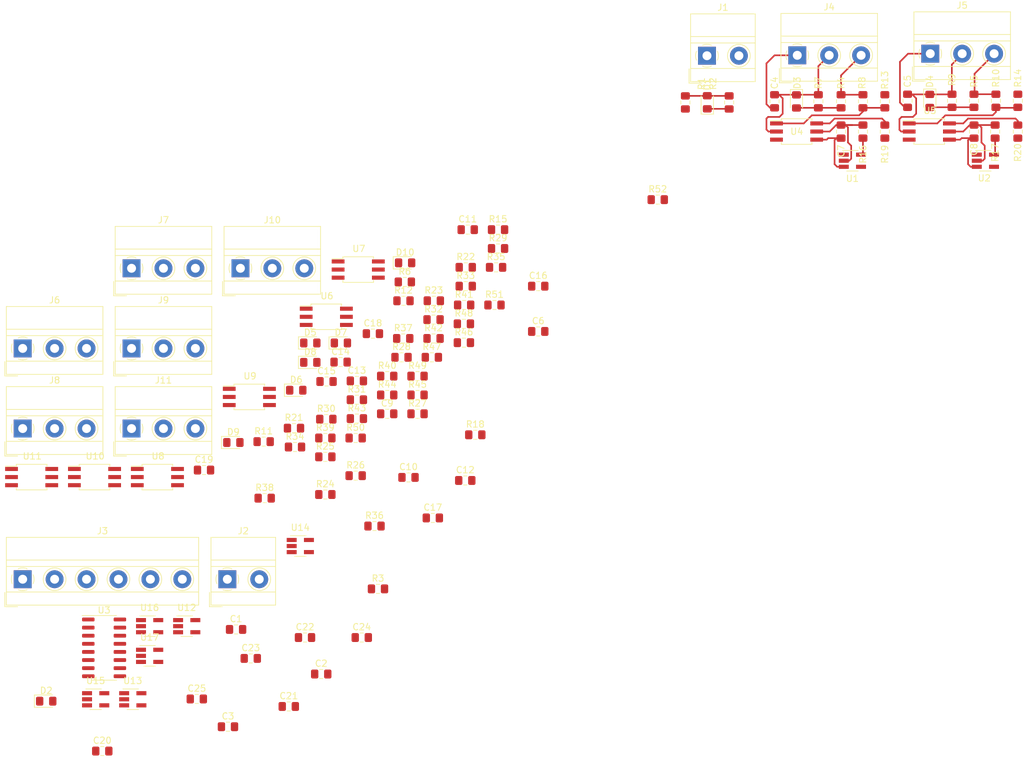
<source format=kicad_pcb>
(kicad_pcb (version 20171130) (host pcbnew 5.1.5-52549c5~86~ubuntu18.04.1)
  (title_block (title "Inputs board") (date 2020-03-27) (rev 1) (comment 1 SomeController) (comment 2 "Ivan Semenkov"))
  (layers (0 F.Cu mixed) (31 B.Cu mixed) (34 B.Paste user) (35 F.Paste user) (36 B.SilkS user) (37 F.SilkS user) (38 B.Mask user) (39 F.Mask user) (44 Edge.Cuts user))
  (net 0 "")
  (net 1 +5V)
  (net 2 GND)
  (net 3 Earth)
  (net 4 +24V)
  (net 5 input_1)
  (net 6 input_2)
  (net 7 input_3)
  (net 8 input_4)
  (net 9 input_5)
  (net 10 input_6)
  (net 11 input_7)
  (net 12 input_8)
  (net 13 "Net-(D1-Pad2)")
  (net 14 "Net-(D2-Pad2)")
  (net 15 "Net-(D3-Pad2)")
  (net 16 "Net-(D4-Pad2)")
  (net 17 "Net-(D5-Pad2)")
  (net 18 "Net-(D6-Pad2)")
  (net 19 "Net-(D7-Pad2)")
  (net 20 "Net-(D8-Pad2)")
  (net 21 "Net-(D9-Pad2)")
  (net 22 "Net-(D10-Pad2)")
  (net 23 "Net-(J3-Pad6)")
  (net 24 "Net-(J3-Pad5)")
  (net 25 "Net-(J3-Pad4)")
  (net 26 "Net-(J3-Pad3)")
  (net 27 "Net-(J3-Pad2)")
  (net 28 "Net-(J3-Pad1)")
  (net 29 "Net-(J5-Pad3)")
  (net 30 "Net-(J6-Pad3)")
  (net 31 "Net-(J7-Pad3)")
  (net 32 "Net-(J8-Pad3)")
  (net 33 "Net-(J9-Pad3)")
  (net 34 "Net-(J10-Pad3)")
  (net 35 "Net-(J11-Pad3)")
  (net 36 "Net-(J4-Pad3)")
  (net 37 "Net-(R13-Pad1)")
  (net 38 "Net-(R10-Pad1)")
  (net 39 "Net-(R12-Pad1)")
  (net 40 "Net-(R19-Pad2)")
  (net 41 "Net-(R20-Pad2)")
  (net 42 "Net-(R21-Pad2)")
  (net 43 "Net-(R26-Pad1)")
  (net 44 "Net-(R28-Pad1)")
  (net 45 "Net-(R30-Pad1)")
  (net 46 "Net-(R37-Pad2)")
  (net 47 "Net-(R38-Pad2)")
  (net 48 "Net-(R39-Pad2)")
  (net 49 "Net-(R43-Pad1)")
  (net 50 "Net-(R45-Pad1)")
  (net 51 "Net-(R50-Pad2)")
  (net 52 "Net-(R51-Pad2)")
  (net 53 "Net-(U1-Pad4)")
  (net 54 "Net-(U1-Pad1)")
  (net 55 "Net-(U2-Pad4)")
  (net 56 "Net-(U2-Pad1)")
  (net 57 "Net-(U13-Pad4)")
  (net 58 "Net-(U12-Pad4)")
  (net 59 "Net-(U17-Pad4)")
  (net 60 "Net-(U16-Pad4)")
  (net 61 "Net-(U15-Pad4)")
  (net 62 "Net-(U14-Pad4)")
  (net 63 "Net-(U4-Pad3)")
  (net 64 "Net-(U5-Pad3)")
  (net 65 "Net-(U6-Pad3)")
  (net 66 "Net-(U7-Pad3)")
  (net 67 "Net-(U8-Pad3)")
  (net 68 "Net-(U9-Pad3)")
  (net 69 "Net-(U10-Pad3)")
  (net 70 "Net-(U11-Pad3)")
  (net 71 "Net-(U12-Pad1)")
  (net 72 "Net-(U13-Pad1)")
  (net 73 "Net-(U14-Pad1)")
  (net 74 "Net-(U15-Pad1)")
  (net 75 "Net-(U16-Pad1)")
  (net 76 "Net-(U17-Pad1)")
  (module Resistor_SMD:R_0805_2012Metric_Pad1.15x1.40mm_HandSolder (layer F.Cu) (at 15.15 45.4)
    (fp_text reference R52 (at 0 -1.65) (layer F.SilkS))
    (fp_text value 18R hide)
    (pad 2 smd roundrect (at 1.025 0) (size 1.15 1.4) (layers F.Cu F.Paste F.Mask) (roundrect_rratio 0.217391) (net 14 "Net-(D2-Pad2)"))
    (pad 1 smd roundrect (at -1.025 0) (size 1.15 1.4) (layers F.Cu F.Paste F.Mask) (roundrect_rratio 0.217391) (net 2 GND))
  )
  (module TerminalBlock_MetzConnect:TerminalBlock_MetzConnect_Type011_RT05503HBWC_1x03_P5.00mm_Horizontal (layer F.Cu) (at 37.003 22.794)
    (fp_text reference J4 (at 5 -7.56) (layer F.SilkS))
    (fp_text value Screw_Terminal_01x03 hide)
    (pad 3 thru_hole circle (at 10 0) (size 2.8 2.8) (drill 1.4) (layers *.Cu *.Mask) (net 36 "Net-(J4-Pad3)"))
    (pad 2 thru_hole circle (at 5 0) (size 2.8 2.8) (drill 1.4) (layers *.Cu *.Mask) (net 3 Earth))
    (pad 1 thru_hole rect (at 0 0) (size 2.8 2.8) (drill 1.4) (layers *.Cu *.Mask) (net 4 +24V))
  )
  (module Package_TO_SOT_SMD:SOT-23-5_HandSoldering (layer F.Cu) (at -64.43 116.85)
    (fp_text reference U17 (at 0 -2.9) (layer F.SilkS))
    (fp_text value SN74LVC1G14DBVR)
    (pad 5 smd rect (at 1.35 -0.95) (size 1.56 0.65) (layers F.Cu F.Paste F.Mask) (net 1 +5V))
    (pad 4 smd rect (at 1.35 0.95) (size 1.56 0.65) (layers F.Cu F.Paste F.Mask) (net 59 "Net-(U17-Pad4)"))
    (pad 3 smd rect (at -1.35 0.95) (size 1.56 0.65) (layers F.Cu F.Paste F.Mask) (net 2 GND))
    (pad 2 smd rect (at -1.35 0) (size 1.56 0.65) (layers F.Cu F.Paste F.Mask) (net 12 input_8))
    (pad 1 smd rect (at -1.35 -0.95) (size 1.56 0.65) (layers F.Cu F.Paste F.Mask) (net 76 "Net-(U17-Pad1)"))
  )
  (module Package_TO_SOT_SMD:SOT-23-5_HandSoldering (layer F.Cu) (at -64.43 112.2)
    (fp_text reference U16 (at 0 -2.9) (layer F.SilkS))
    (fp_text value SN74LVC1G14DBVR)
    (pad 5 smd rect (at 1.35 -0.95) (size 1.56 0.65) (layers F.Cu F.Paste F.Mask) (net 1 +5V))
    (pad 4 smd rect (at 1.35 0.95) (size 1.56 0.65) (layers F.Cu F.Paste F.Mask) (net 60 "Net-(U16-Pad4)"))
    (pad 3 smd rect (at -1.35 0.95) (size 1.56 0.65) (layers F.Cu F.Paste F.Mask) (net 2 GND))
    (pad 2 smd rect (at -1.35 0) (size 1.56 0.65) (layers F.Cu F.Paste F.Mask) (net 11 input_7))
    (pad 1 smd rect (at -1.35 -0.95) (size 1.56 0.65) (layers F.Cu F.Paste F.Mask) (net 75 "Net-(U16-Pad1)"))
  )
  (module Package_TO_SOT_SMD:SOT-23-5_HandSoldering (layer F.Cu) (at -72.88 123.65)
    (fp_text reference U15 (at 0 -2.9) (layer F.SilkS))
    (fp_text value SN74LVC1G14DBVR)
    (pad 5 smd rect (at 1.35 -0.95) (size 1.56 0.65) (layers F.Cu F.Paste F.Mask) (net 1 +5V))
    (pad 4 smd rect (at 1.35 0.95) (size 1.56 0.65) (layers F.Cu F.Paste F.Mask) (net 61 "Net-(U15-Pad4)"))
    (pad 3 smd rect (at -1.35 0.95) (size 1.56 0.65) (layers F.Cu F.Paste F.Mask) (net 2 GND))
    (pad 2 smd rect (at -1.35 0) (size 1.56 0.65) (layers F.Cu F.Paste F.Mask) (net 10 input_6))
    (pad 1 smd rect (at -1.35 -0.95) (size 1.56 0.65) (layers F.Cu F.Paste F.Mask) (net 74 "Net-(U15-Pad1)"))
  )
  (module Package_TO_SOT_SMD:SOT-23-5_HandSoldering (layer F.Cu) (at -40.83 99.65)
    (fp_text reference U14 (at 0 -2.9) (layer F.SilkS))
    (fp_text value SN74LVC1G14DBVR)
    (pad 5 smd rect (at 1.35 -0.95) (size 1.56 0.65) (layers F.Cu F.Paste F.Mask) (net 1 +5V))
    (pad 4 smd rect (at 1.35 0.95) (size 1.56 0.65) (layers F.Cu F.Paste F.Mask) (net 62 "Net-(U14-Pad4)"))
    (pad 3 smd rect (at -1.35 0.95) (size 1.56 0.65) (layers F.Cu F.Paste F.Mask) (net 2 GND))
    (pad 2 smd rect (at -1.35 0) (size 1.56 0.65) (layers F.Cu F.Paste F.Mask) (net 9 input_5))
    (pad 1 smd rect (at -1.35 -0.95) (size 1.56 0.65) (layers F.Cu F.Paste F.Mask) (net 73 "Net-(U14-Pad1)"))
  )
  (module Package_TO_SOT_SMD:SOT-23-5_HandSoldering (layer F.Cu) (at -67.07 123.65)
    (fp_text reference U13 (at 0 -2.9) (layer F.SilkS))
    (fp_text value SN74LVC1G14DBVR)
    (pad 5 smd rect (at 1.35 -0.95) (size 1.56 0.65) (layers F.Cu F.Paste F.Mask) (net 1 +5V))
    (pad 4 smd rect (at 1.35 0.95) (size 1.56 0.65) (layers F.Cu F.Paste F.Mask) (net 57 "Net-(U13-Pad4)"))
    (pad 3 smd rect (at -1.35 0.95) (size 1.56 0.65) (layers F.Cu F.Paste F.Mask) (net 2 GND))
    (pad 2 smd rect (at -1.35 0) (size 1.56 0.65) (layers F.Cu F.Paste F.Mask) (net 8 input_4))
    (pad 1 smd rect (at -1.35 -0.95) (size 1.56 0.65) (layers F.Cu F.Paste F.Mask) (net 72 "Net-(U13-Pad1)"))
  )
  (module Package_TO_SOT_SMD:SOT-23-5_HandSoldering (layer F.Cu) (at -58.62 112.2)
    (fp_text reference U12 (at 0 -2.9) (layer F.SilkS))
    (fp_text value SN74LVC1G14DBVR)
    (pad 5 smd rect (at 1.35 -0.95) (size 1.56 0.65) (layers F.Cu F.Paste F.Mask) (net 1 +5V))
    (pad 4 smd rect (at 1.35 0.95) (size 1.56 0.65) (layers F.Cu F.Paste F.Mask) (net 58 "Net-(U12-Pad4)"))
    (pad 3 smd rect (at -1.35 0.95) (size 1.56 0.65) (layers F.Cu F.Paste F.Mask) (net 2 GND))
    (pad 2 smd rect (at -1.35 0) (size 1.56 0.65) (layers F.Cu F.Paste F.Mask) (net 7 input_3))
    (pad 1 smd rect (at -1.35 -0.95) (size 1.56 0.65) (layers F.Cu F.Paste F.Mask) (net 71 "Net-(U12-Pad1)"))
  )
  (module Package_SO:SO-6_4.4x3.6mm_P1.27mm (layer F.Cu) (at -82.91 88.85)
    (fp_text reference U11 (at 0.1 -3.265) (layer F.SilkS))
    (fp_text value 4N35S)
    (pad 6 smd rect (at 3.15 -1.27) (size 2 0.64) (layers F.Cu F.Paste F.Mask) (net 52 "Net-(R51-Pad2)"))
    (pad 5 smd rect (at 3.15 0) (size 2 0.64) (layers F.Cu F.Paste F.Mask) (net 12 input_8))
    (pad 4 smd rect (at 3.15 1.27) (size 2 0.64) (layers F.Cu F.Paste F.Mask) (net 2 GND))
    (pad 3 smd rect (at -3.15 1.27) (size 2 0.64) (layers F.Cu F.Paste F.Mask) (net 70 "Net-(U11-Pad3)"))
    (pad 2 smd rect (at -3.15 0) (size 2 0.64) (layers F.Cu F.Paste F.Mask) (net 3 Earth))
    (pad 1 smd rect (at -3.15 -1.27) (size 2 0.64) (layers F.Cu F.Paste F.Mask) (net 50 "Net-(R45-Pad1)"))
  )
  (module Package_SO:SO-6_4.4x3.6mm_P1.27mm (layer F.Cu) (at -73.06 88.85)
    (fp_text reference U10 (at 0.1 -3.265) (layer F.SilkS))
    (fp_text value 4N35S)
    (pad 6 smd rect (at 3.15 -1.27) (size 2 0.64) (layers F.Cu F.Paste F.Mask) (net 51 "Net-(R50-Pad2)"))
    (pad 5 smd rect (at 3.15 0) (size 2 0.64) (layers F.Cu F.Paste F.Mask) (net 11 input_7))
    (pad 4 smd rect (at 3.15 1.27) (size 2 0.64) (layers F.Cu F.Paste F.Mask) (net 2 GND))
    (pad 3 smd rect (at -3.15 1.27) (size 2 0.64) (layers F.Cu F.Paste F.Mask) (net 69 "Net-(U10-Pad3)"))
    (pad 2 smd rect (at -3.15 0) (size 2 0.64) (layers F.Cu F.Paste F.Mask) (net 3 Earth))
    (pad 1 smd rect (at -3.15 -1.27) (size 2 0.64) (layers F.Cu F.Paste F.Mask) (net 49 "Net-(R43-Pad1)"))
  )
  (module Package_SO:SO-6_4.4x3.6mm_P1.27mm (layer F.Cu) (at -48.81 76.3)
    (fp_text reference U9 (at 0.1 -3.265) (layer F.SilkS))
    (fp_text value 4N35S)
    (pad 6 smd rect (at 3.15 -1.27) (size 2 0.64) (layers F.Cu F.Paste F.Mask) (net 48 "Net-(R39-Pad2)"))
    (pad 5 smd rect (at 3.15 0) (size 2 0.64) (layers F.Cu F.Paste F.Mask) (net 10 input_6))
    (pad 4 smd rect (at 3.15 1.27) (size 2 0.64) (layers F.Cu F.Paste F.Mask) (net 2 GND))
    (pad 3 smd rect (at -3.15 1.27) (size 2 0.64) (layers F.Cu F.Paste F.Mask) (net 68 "Net-(U9-Pad3)"))
    (pad 2 smd rect (at -3.15 0) (size 2 0.64) (layers F.Cu F.Paste F.Mask) (net 3 Earth))
    (pad 1 smd rect (at -3.15 -1.27) (size 2 0.64) (layers F.Cu F.Paste F.Mask) (net 45 "Net-(R30-Pad1)"))
  )
  (module Package_SO:SO-6_4.4x3.6mm_P1.27mm (layer F.Cu) (at -63.21 88.85)
    (fp_text reference U8 (at 0.1 -3.265) (layer F.SilkS))
    (fp_text value 4N35S)
    (pad 6 smd rect (at 3.15 -1.27) (size 2 0.64) (layers F.Cu F.Paste F.Mask) (net 47 "Net-(R38-Pad2)"))
    (pad 5 smd rect (at 3.15 0) (size 2 0.64) (layers F.Cu F.Paste F.Mask) (net 9 input_5))
    (pad 4 smd rect (at 3.15 1.27) (size 2 0.64) (layers F.Cu F.Paste F.Mask) (net 2 GND))
    (pad 3 smd rect (at -3.15 1.27) (size 2 0.64) (layers F.Cu F.Paste F.Mask) (net 67 "Net-(U8-Pad3)"))
    (pad 2 smd rect (at -3.15 0) (size 2 0.64) (layers F.Cu F.Paste F.Mask) (net 3 Earth))
    (pad 1 smd rect (at -3.15 -1.27) (size 2 0.64) (layers F.Cu F.Paste F.Mask) (net 44 "Net-(R28-Pad1)"))
  )
  (module Package_SO:SO-6_4.4x3.6mm_P1.27mm (layer F.Cu) (at -31.76 56.35)
    (fp_text reference U7 (at 0.1 -3.265) (layer F.SilkS))
    (fp_text value 4N35S)
    (pad 6 smd rect (at 3.15 -1.27) (size 2 0.64) (layers F.Cu F.Paste F.Mask) (net 46 "Net-(R37-Pad2)"))
    (pad 5 smd rect (at 3.15 0) (size 2 0.64) (layers F.Cu F.Paste F.Mask) (net 8 input_4))
    (pad 4 smd rect (at 3.15 1.27) (size 2 0.64) (layers F.Cu F.Paste F.Mask) (net 2 GND))
    (pad 3 smd rect (at -3.15 1.27) (size 2 0.64) (layers F.Cu F.Paste F.Mask) (net 66 "Net-(U7-Pad3)"))
    (pad 2 smd rect (at -3.15 0) (size 2 0.64) (layers F.Cu F.Paste F.Mask) (net 3 Earth))
    (pad 1 smd rect (at -3.15 -1.27) (size 2 0.64) (layers F.Cu F.Paste F.Mask) (net 43 "Net-(R26-Pad1)"))
  )
  (module Package_SO:SO-6_4.4x3.6mm_P1.27mm (layer F.Cu) (at -36.76 63.75)
    (fp_text reference U6 (at 0.1 -3.265) (layer F.SilkS))
    (fp_text value 4N35S)
    (pad 6 smd rect (at 3.15 -1.27) (size 2 0.64) (layers F.Cu F.Paste F.Mask) (net 42 "Net-(R21-Pad2)"))
    (pad 5 smd rect (at 3.15 0) (size 2 0.64) (layers F.Cu F.Paste F.Mask) (net 7 input_3))
    (pad 4 smd rect (at 3.15 1.27) (size 2 0.64) (layers F.Cu F.Paste F.Mask) (net 2 GND))
    (pad 3 smd rect (at -3.15 1.27) (size 2 0.64) (layers F.Cu F.Paste F.Mask) (net 65 "Net-(U6-Pad3)"))
    (pad 2 smd rect (at -3.15 0) (size 2 0.64) (layers F.Cu F.Paste F.Mask) (net 3 Earth))
    (pad 1 smd rect (at -3.15 -1.27) (size 2 0.64) (layers F.Cu F.Paste F.Mask) (net 39 "Net-(R12-Pad1)"))
  )
  (module Package_SO:SO-6_4.4x3.6mm_P1.27mm (layer F.Cu) (at 57.679 34.732)
    (fp_text reference U5 (at 0.1 -3.265) (layer F.SilkS))
    (fp_text value 4N35S hide)
    (pad 6 smd rect (at 3.15 -1.27) (size 2 0.64) (layers F.Cu F.Paste F.Mask) (net 41 "Net-(R20-Pad2)"))
    (pad 5 smd rect (at 3.15 0) (size 2 0.64) (layers F.Cu F.Paste F.Mask) (net 6 input_2))
    (pad 4 smd rect (at 3.15 1.27) (size 2 0.64) (layers F.Cu F.Paste F.Mask) (net 2 GND))
    (pad 3 smd rect (at -3.15 1.27) (size 2 0.64) (layers F.Cu F.Paste F.Mask) (net 64 "Net-(U5-Pad3)"))
    (pad 2 smd rect (at -3.15 0) (size 2 0.64) (layers F.Cu F.Paste F.Mask) (net 3 Earth))
    (pad 1 smd rect (at -3.15 -1.27) (size 2 0.64) (layers F.Cu F.Paste F.Mask) (net 38 "Net-(R10-Pad1)"))
  )
  (module Package_SO:SO-6_4.4x3.6mm_P1.27mm (layer F.Cu) (at 36.897 34.732)
    (fp_text reference U4 (at 0.025 0) (layer F.SilkS))
    (fp_text value 4N35S hide)
    (pad 6 smd rect (at 3.15 -1.27) (size 2 0.64) (layers F.Cu F.Paste F.Mask) (net 40 "Net-(R19-Pad2)"))
    (pad 5 smd rect (at 3.15 0) (size 2 0.64) (layers F.Cu F.Paste F.Mask) (net 5 input_1))
    (pad 4 smd rect (at 3.15 1.27) (size 2 0.64) (layers F.Cu F.Paste F.Mask) (net 2 GND))
    (pad 3 smd rect (at -3.15 1.27) (size 2 0.64) (layers F.Cu F.Paste F.Mask) (net 63 "Net-(U4-Pad3)"))
    (pad 2 smd rect (at -3.15 0) (size 2 0.64) (layers F.Cu F.Paste F.Mask) (net 3 Earth))
    (pad 1 smd rect (at -3.15 -1.27) (size 2 0.64) (layers F.Cu F.Paste F.Mask) (net 37 "Net-(R13-Pad1)"))
  )
  (module Package_SO:SOIC-16_3.9x9.9mm_P1.27mm (layer F.Cu) (at -71.56 115.6)
    (fp_text reference U3 (at 0 -5.9) (layer F.SilkS))
    (fp_text value 74HC151D.653)
    (pad 16 smd roundrect (at 2.475 -4.445) (size 1.95 0.6) (layers F.Cu F.Paste F.Mask) (net 1 +5V))
    (pad 15 smd roundrect (at 2.475 -3.175) (size 1.95 0.6) (layers F.Cu F.Paste F.Mask) (net 57 "Net-(U13-Pad4)"))
    (pad 14 smd roundrect (at 2.475 -1.905) (size 1.95 0.6) (layers F.Cu F.Paste F.Mask) (net 58 "Net-(U12-Pad4)"))
    (pad 13 smd roundrect (at 2.475 -0.635) (size 1.95 0.6) (layers F.Cu F.Paste F.Mask) (net 55 "Net-(U2-Pad4)"))
    (pad 12 smd roundrect (at 2.475 0.635) (size 1.95 0.6) (layers F.Cu F.Paste F.Mask) (net 53 "Net-(U1-Pad4)"))
    (pad 11 smd roundrect (at 2.475 1.905) (size 1.95 0.6) (layers F.Cu F.Paste F.Mask) (net 28 "Net-(J3-Pad1)"))
    (pad 10 smd roundrect (at 2.475 3.175) (size 1.95 0.6) (layers F.Cu F.Paste F.Mask) (net 27 "Net-(J3-Pad2)"))
    (pad 9 smd roundrect (at 2.475 4.445) (size 1.95 0.6) (layers F.Cu F.Paste F.Mask) (net 26 "Net-(J3-Pad3)"))
    (pad 8 smd roundrect (at -2.475 4.445) (size 1.95 0.6) (layers F.Cu F.Paste F.Mask) (net 2 GND))
    (pad 7 smd roundrect (at -2.475 3.175) (size 1.95 0.6) (layers F.Cu F.Paste F.Mask) (net 25 "Net-(J3-Pad4)"))
    (pad 6 smd roundrect (at -2.475 1.905) (size 1.95 0.6) (layers F.Cu F.Paste F.Mask) (net 24 "Net-(J3-Pad5)"))
    (pad 5 smd roundrect (at -2.475 0.635) (size 1.95 0.6) (layers F.Cu F.Paste F.Mask) (net 23 "Net-(J3-Pad6)"))
    (pad 4 smd roundrect (at -2.475 -0.635) (size 1.95 0.6) (layers F.Cu F.Paste F.Mask) (net 59 "Net-(U17-Pad4)"))
    (pad 3 smd roundrect (at -2.475 -1.905) (size 1.95 0.6) (layers F.Cu F.Paste F.Mask) (net 60 "Net-(U16-Pad4)"))
    (pad 2 smd roundrect (at -2.475 -3.175) (size 1.95 0.6) (layers F.Cu F.Paste F.Mask) (net 61 "Net-(U15-Pad4)"))
    (pad 1 smd roundrect (at -2.475 -4.445) (size 1.95 0.6) (layers F.Cu F.Paste F.Mask) (net 62 "Net-(U14-Pad4)"))
  )
  (module Package_TO_SOT_SMD:SOT-23-5_HandSoldering (layer F.Cu) (at 66.467 39.304)
    (fp_text reference U2 (at -0.174 2.728) (layer F.SilkS))
    (fp_text value SN74LVC1G14DBVR hide)
    (pad 5 smd rect (at 1.35 -0.95) (size 1.56 0.65) (layers F.Cu F.Paste F.Mask) (net 1 +5V))
    (pad 4 smd rect (at 1.35 0.95) (size 1.56 0.65) (layers F.Cu F.Paste F.Mask) (net 55 "Net-(U2-Pad4)"))
    (pad 3 smd rect (at -1.35 0.95) (size 1.56 0.65) (layers F.Cu F.Paste F.Mask) (net 2 GND))
    (pad 2 smd rect (at -1.35 0) (size 1.56 0.65) (layers F.Cu F.Paste F.Mask) (net 6 input_2))
    (pad 1 smd rect (at -1.35 -0.95) (size 1.56 0.65) (layers F.Cu F.Paste F.Mask) (net 56 "Net-(U2-Pad1)"))
  )
  (module Package_TO_SOT_SMD:SOT-23-5_HandSoldering (layer F.Cu) (at 45.639 39.304)
    (fp_text reference U1 (at 0 2.794) (layer F.SilkS))
    (fp_text value SN74LVC1G14DBVR hide)
    (pad 5 smd rect (at 1.35 -0.95) (size 1.56 0.65) (layers F.Cu F.Paste F.Mask) (net 1 +5V))
    (pad 4 smd rect (at 1.35 0.95) (size 1.56 0.65) (layers F.Cu F.Paste F.Mask) (net 53 "Net-(U1-Pad4)"))
    (pad 3 smd rect (at -1.35 0.95) (size 1.56 0.65) (layers F.Cu F.Paste F.Mask) (net 2 GND))
    (pad 2 smd rect (at -1.35 0) (size 1.56 0.65) (layers F.Cu F.Paste F.Mask) (net 5 input_1))
    (pad 1 smd rect (at -1.35 -0.95) (size 1.56 0.65) (layers F.Cu F.Paste F.Mask) (net 54 "Net-(U1-Pad1)"))
  )
  (module Resistor_SMD:R_0805_2012Metric_Pad1.15x1.40mm_HandSolder (layer F.Cu) (at -10.42 61.9)
    (fp_text reference R51 (at 0 -1.65) (layer F.SilkS))
    (fp_text value 480)
    (pad 2 smd roundrect (at 1.025 0) (size 1.15 1.4) (layers F.Cu F.Paste F.Mask) (roundrect_rratio 0.217391) (net 52 "Net-(R51-Pad2)"))
    (pad 1 smd roundrect (at -1.025 0) (size 1.15 1.4) (layers F.Cu F.Paste F.Mask) (roundrect_rratio 0.217391) (net 2 GND))
  )
  (module Resistor_SMD:R_0805_2012Metric_Pad1.15x1.40mm_HandSolder (layer F.Cu) (at -32.16 82.73)
    (fp_text reference R50 (at 0 -1.65) (layer F.SilkS))
    (fp_text value 480)
    (pad 2 smd roundrect (at 1.025 0) (size 1.15 1.4) (layers F.Cu F.Paste F.Mask) (roundrect_rratio 0.217391) (net 51 "Net-(R50-Pad2)"))
    (pad 1 smd roundrect (at -1.025 0) (size 1.15 1.4) (layers F.Cu F.Paste F.Mask) (roundrect_rratio 0.217391) (net 2 GND))
  )
  (module Resistor_SMD:R_0805_2012Metric_Pad1.15x1.40mm_HandSolder (layer F.Cu) (at -22.47 73.04)
    (fp_text reference R49 (at 0 -1.65) (layer F.SilkS))
    (fp_text value 1K8)
    (pad 2 smd roundrect (at 1.025 0) (size 1.15 1.4) (layers F.Cu F.Paste F.Mask) (roundrect_rratio 0.217391) (net 12 input_8))
    (pad 1 smd roundrect (at -1.025 0) (size 1.15 1.4) (layers F.Cu F.Paste F.Mask) (roundrect_rratio 0.217391) (net 1 +5V))
  )
  (module Resistor_SMD:R_0805_2012Metric_Pad1.15x1.40mm_HandSolder (layer F.Cu) (at -15.21 64.85)
    (fp_text reference R48 (at 0 -1.65) (layer F.SilkS))
    (fp_text value 1K8)
    (pad 2 smd roundrect (at 1.025 0) (size 1.15 1.4) (layers F.Cu F.Paste F.Mask) (roundrect_rratio 0.217391) (net 11 input_7))
    (pad 1 smd roundrect (at -1.025 0) (size 1.15 1.4) (layers F.Cu F.Paste F.Mask) (roundrect_rratio 0.217391) (net 1 +5V))
  )
  (module Resistor_SMD:R_0805_2012Metric_Pad1.15x1.40mm_HandSolder (layer F.Cu) (at -20.23 70.09)
    (fp_text reference R47 (at 0 -1.65) (layer F.SilkS))
    (fp_text value 480)
    (pad 2 smd roundrect (at 1.025 0) (size 1.15 1.4) (layers F.Cu F.Paste F.Mask) (roundrect_rratio 0.217391) (net 3 Earth))
    (pad 1 smd roundrect (at -1.025 0) (size 1.15 1.4) (layers F.Cu F.Paste F.Mask) (roundrect_rratio 0.217391) (net 50 "Net-(R45-Pad1)"))
  )
  (module Resistor_SMD:R_0805_2012Metric_Pad1.15x1.40mm_HandSolder (layer F.Cu) (at -15.21 67.8)
    (fp_text reference R46 (at 0 -1.65) (layer F.SilkS))
    (fp_text value 480)
    (pad 2 smd roundrect (at 1.025 0) (size 1.15 1.4) (layers F.Cu F.Paste F.Mask) (roundrect_rratio 0.217391) (net 3 Earth))
    (pad 1 smd roundrect (at -1.025 0) (size 1.15 1.4) (layers F.Cu F.Paste F.Mask) (roundrect_rratio 0.217391) (net 49 "Net-(R43-Pad1)"))
  )
  (module Resistor_SMD:R_0805_2012Metric_Pad1.15x1.40mm_HandSolder (layer F.Cu) (at -22.47 75.99)
    (fp_text reference R45 (at 0 -1.65) (layer F.SilkS))
    (fp_text value 10K)
    (pad 2 smd roundrect (at 1.025 0) (size 1.15 1.4) (layers F.Cu F.Paste F.Mask) (roundrect_rratio 0.217391) (net 35 "Net-(J11-Pad3)"))
    (pad 1 smd roundrect (at -1.025 0) (size 1.15 1.4) (layers F.Cu F.Paste F.Mask) (roundrect_rratio 0.217391) (net 50 "Net-(R45-Pad1)"))
  )
  (module Resistor_SMD:R_0805_2012Metric_Pad1.15x1.40mm_HandSolder (layer F.Cu) (at -27.22 75.99)
    (fp_text reference R44 (at 0 -1.65) (layer F.SilkS))
    (fp_text value 20R)
    (pad 2 smd roundrect (at 1.025 0) (size 1.15 1.4) (layers F.Cu F.Paste F.Mask) (roundrect_rratio 0.217391) (net 22 "Net-(D10-Pad2)"))
    (pad 1 smd roundrect (at -1.025 0) (size 1.15 1.4) (layers F.Cu F.Paste F.Mask) (roundrect_rratio 0.217391) (net 3 Earth))
  )
  (module Resistor_SMD:R_0805_2012Metric_Pad1.15x1.40mm_HandSolder (layer F.Cu) (at -31.97 79.69)
    (fp_text reference R43 (at 0 -1.65) (layer F.SilkS))
    (fp_text value 10K)
    (pad 2 smd roundrect (at 1.025 0) (size 1.15 1.4) (layers F.Cu F.Paste F.Mask) (roundrect_rratio 0.217391) (net 34 "Net-(J10-Pad3)"))
    (pad 1 smd roundrect (at -1.025 0) (size 1.15 1.4) (layers F.Cu F.Paste F.Mask) (roundrect_rratio 0.217391) (net 49 "Net-(R43-Pad1)"))
  )
  (module Resistor_SMD:R_0805_2012Metric_Pad1.15x1.40mm_HandSolder (layer F.Cu) (at -19.96 67.14)
    (fp_text reference R42 (at 0 -1.65) (layer F.SilkS))
    (fp_text value 20R)
    (pad 2 smd roundrect (at 1.025 0) (size 1.15 1.4) (layers F.Cu F.Paste F.Mask) (roundrect_rratio 0.217391) (net 21 "Net-(D9-Pad2)"))
    (pad 1 smd roundrect (at -1.025 0) (size 1.15 1.4) (layers F.Cu F.Paste F.Mask) (roundrect_rratio 0.217391) (net 3 Earth))
  )
  (module Resistor_SMD:R_0805_2012Metric_Pad1.15x1.40mm_HandSolder (layer F.Cu) (at -15.17 61.9)
    (fp_text reference R41 (at 0 -1.65) (layer F.SilkS))
    (fp_text value 10K)
    (pad 2 smd roundrect (at 1.025 0) (size 1.15 1.4) (layers F.Cu F.Paste F.Mask) (roundrect_rratio 0.217391) (net 35 "Net-(J11-Pad3)"))
    (pad 1 smd roundrect (at -1.025 0) (size 1.15 1.4) (layers F.Cu F.Paste F.Mask) (roundrect_rratio 0.217391) (net 22 "Net-(D10-Pad2)"))
  )
  (module Resistor_SMD:R_0805_2012Metric_Pad1.15x1.40mm_HandSolder (layer F.Cu) (at -27.22 73.04)
    (fp_text reference R40 (at 0 -1.65) (layer F.SilkS))
    (fp_text value 10K)
    (pad 2 smd roundrect (at 1.025 0) (size 1.15 1.4) (layers F.Cu F.Paste F.Mask) (roundrect_rratio 0.217391) (net 34 "Net-(J10-Pad3)"))
    (pad 1 smd roundrect (at -1.025 0) (size 1.15 1.4) (layers F.Cu F.Paste F.Mask) (roundrect_rratio 0.217391) (net 21 "Net-(D9-Pad2)"))
  )
  (module Resistor_SMD:R_0805_2012Metric_Pad1.15x1.40mm_HandSolder (layer F.Cu) (at -36.91 82.73)
    (fp_text reference R39 (at 0 -1.65) (layer F.SilkS))
    (fp_text value 480)
    (pad 2 smd roundrect (at 1.025 0) (size 1.15 1.4) (layers F.Cu F.Paste F.Mask) (roundrect_rratio 0.217391) (net 48 "Net-(R39-Pad2)"))
    (pad 1 smd roundrect (at -1.025 0) (size 1.15 1.4) (layers F.Cu F.Paste F.Mask) (roundrect_rratio 0.217391) (net 2 GND))
  )
  (module Resistor_SMD:R_0805_2012Metric_Pad1.15x1.40mm_HandSolder (layer F.Cu) (at -46.41 92.15)
    (fp_text reference R38 (at 0 -1.65) (layer F.SilkS))
    (fp_text value 480)
    (pad 2 smd roundrect (at 1.025 0) (size 1.15 1.4) (layers F.Cu F.Paste F.Mask) (roundrect_rratio 0.217391) (net 47 "Net-(R38-Pad2)"))
    (pad 1 smd roundrect (at -1.025 0) (size 1.15 1.4) (layers F.Cu F.Paste F.Mask) (roundrect_rratio 0.217391) (net 2 GND))
  )
  (module Resistor_SMD:R_0805_2012Metric_Pad1.15x1.40mm_HandSolder (layer F.Cu) (at -24.71 67.14)
    (fp_text reference R37 (at 0 -1.65) (layer F.SilkS))
    (fp_text value 480)
    (pad 2 smd roundrect (at 1.025 0) (size 1.15 1.4) (layers F.Cu F.Paste F.Mask) (roundrect_rratio 0.217391) (net 46 "Net-(R37-Pad2)"))
    (pad 1 smd roundrect (at -1.025 0) (size 1.15 1.4) (layers F.Cu F.Paste F.Mask) (roundrect_rratio 0.217391) (net 2 GND))
  )
  (module Resistor_SMD:R_0805_2012Metric_Pad1.15x1.40mm_HandSolder (layer F.Cu) (at -29.21 96.52)
    (fp_text reference R36 (at 0 -1.65) (layer F.SilkS))
    (fp_text value 1K8)
    (pad 2 smd roundrect (at 1.025 0) (size 1.15 1.4) (layers F.Cu F.Paste F.Mask) (roundrect_rratio 0.217391) (net 10 input_6))
    (pad 1 smd roundrect (at -1.025 0) (size 1.15 1.4) (layers F.Cu F.Paste F.Mask) (roundrect_rratio 0.217391) (net 1 +5V))
  )
  (module Resistor_SMD:R_0805_2012Metric_Pad1.15x1.40mm_HandSolder (layer F.Cu) (at -10.17 56)
    (fp_text reference R35 (at 0 -1.65) (layer F.SilkS))
    (fp_text value 1K8)
    (pad 2 smd roundrect (at 1.025 0) (size 1.15 1.4) (layers F.Cu F.Paste F.Mask) (roundrect_rratio 0.217391) (net 9 input_5))
    (pad 1 smd roundrect (at -1.025 0) (size 1.15 1.4) (layers F.Cu F.Paste F.Mask) (roundrect_rratio 0.217391) (net 1 +5V))
  )
  (module Resistor_SMD:R_0805_2012Metric_Pad1.15x1.40mm_HandSolder (layer F.Cu) (at -41.66 84.14)
    (fp_text reference R34 (at 0 -1.65) (layer F.SilkS))
    (fp_text value 1K8)
    (pad 2 smd roundrect (at 1.025 0) (size 1.15 1.4) (layers F.Cu F.Paste F.Mask) (roundrect_rratio 0.217391) (net 8 input_4))
    (pad 1 smd roundrect (at -1.025 0) (size 1.15 1.4) (layers F.Cu F.Paste F.Mask) (roundrect_rratio 0.217391) (net 1 +5V))
  )
  (module Resistor_SMD:R_0805_2012Metric_Pad1.15x1.40mm_HandSolder (layer F.Cu) (at -14.92 58.95)
    (fp_text reference R33 (at 0 -1.65) (layer F.SilkS))
    (fp_text value 480)
    (pad 2 smd roundrect (at 1.025 0) (size 1.15 1.4) (layers F.Cu F.Paste F.Mask) (roundrect_rratio 0.217391) (net 3 Earth))
    (pad 1 smd roundrect (at -1.025 0) (size 1.15 1.4) (layers F.Cu F.Paste F.Mask) (roundrect_rratio 0.217391) (net 45 "Net-(R30-Pad1)"))
  )
  (module Resistor_SMD:R_0805_2012Metric_Pad1.15x1.40mm_HandSolder (layer F.Cu) (at -19.96 64.19)
    (fp_text reference R32 (at 0 -1.65) (layer F.SilkS))
    (fp_text value 480)
    (pad 2 smd roundrect (at 1.025 0) (size 1.15 1.4) (layers F.Cu F.Paste F.Mask) (roundrect_rratio 0.217391) (net 3 Earth))
    (pad 1 smd roundrect (at -1.025 0) (size 1.15 1.4) (layers F.Cu F.Paste F.Mask) (roundrect_rratio 0.217391) (net 44 "Net-(R28-Pad1)"))
  )
  (module Resistor_SMD:R_0805_2012Metric_Pad1.15x1.40mm_HandSolder (layer F.Cu) (at -31.97 76.74)
    (fp_text reference R31 (at 0 -1.65) (layer F.SilkS))
    (fp_text value 480)
    (pad 2 smd roundrect (at 1.025 0) (size 1.15 1.4) (layers F.Cu F.Paste F.Mask) (roundrect_rratio 0.217391) (net 3 Earth))
    (pad 1 smd roundrect (at -1.025 0) (size 1.15 1.4) (layers F.Cu F.Paste F.Mask) (roundrect_rratio 0.217391) (net 43 "Net-(R26-Pad1)"))
  )
  (module Resistor_SMD:R_0805_2012Metric_Pad1.15x1.40mm_HandSolder (layer F.Cu) (at -36.76 79.78)
    (fp_text reference R30 (at 0 -1.65) (layer F.SilkS))
    (fp_text value 10K)
    (pad 2 smd roundrect (at 1.025 0) (size 1.15 1.4) (layers F.Cu F.Paste F.Mask) (roundrect_rratio 0.217391) (net 33 "Net-(J9-Pad3)"))
    (pad 1 smd roundrect (at -1.025 0) (size 1.15 1.4) (layers F.Cu F.Paste F.Mask) (roundrect_rratio 0.217391) (net 45 "Net-(R30-Pad1)"))
  )
  (module Resistor_SMD:R_0805_2012Metric_Pad1.15x1.40mm_HandSolder (layer F.Cu) (at -9.86 53.05)
    (fp_text reference R29 (at 0 -1.65) (layer F.SilkS))
    (fp_text value 20R)
    (pad 2 smd roundrect (at 1.025 0) (size 1.15 1.4) (layers F.Cu F.Paste F.Mask) (roundrect_rratio 0.217391) (net 20 "Net-(D8-Pad2)"))
    (pad 1 smd roundrect (at -1.025 0) (size 1.15 1.4) (layers F.Cu F.Paste F.Mask) (roundrect_rratio 0.217391) (net 3 Earth))
  )
  (module Resistor_SMD:R_0805_2012Metric_Pad1.15x1.40mm_HandSolder (layer F.Cu) (at -24.98 70.09)
    (fp_text reference R28 (at 0 -1.65) (layer F.SilkS))
    (fp_text value 10K)
    (pad 2 smd roundrect (at 1.025 0) (size 1.15 1.4) (layers F.Cu F.Paste F.Mask) (roundrect_rratio 0.217391) (net 32 "Net-(J8-Pad3)"))
    (pad 1 smd roundrect (at -1.025 0) (size 1.15 1.4) (layers F.Cu F.Paste F.Mask) (roundrect_rratio 0.217391) (net 44 "Net-(R28-Pad1)"))
  )
  (module Resistor_SMD:R_0805_2012Metric_Pad1.15x1.40mm_HandSolder (layer F.Cu) (at -22.47 78.94)
    (fp_text reference R27 (at 0 -1.65) (layer F.SilkS))
    (fp_text value 20R)
    (pad 2 smd roundrect (at 1.025 0) (size 1.15 1.4) (layers F.Cu F.Paste F.Mask) (roundrect_rratio 0.217391) (net 19 "Net-(D7-Pad2)"))
    (pad 1 smd roundrect (at -1.025 0) (size 1.15 1.4) (layers F.Cu F.Paste F.Mask) (roundrect_rratio 0.217391) (net 3 Earth))
  )
  (module Resistor_SMD:R_0805_2012Metric_Pad1.15x1.40mm_HandSolder (layer F.Cu) (at -32.16 88.63)
    (fp_text reference R26 (at 0 -1.65) (layer F.SilkS))
    (fp_text value 10K)
    (pad 2 smd roundrect (at 1.025 0) (size 1.15 1.4) (layers F.Cu F.Paste F.Mask) (roundrect_rratio 0.217391) (net 31 "Net-(J7-Pad3)"))
    (pad 1 smd roundrect (at -1.025 0) (size 1.15 1.4) (layers F.Cu F.Paste F.Mask) (roundrect_rratio 0.217391) (net 43 "Net-(R26-Pad1)"))
  )
  (module Resistor_SMD:R_0805_2012Metric_Pad1.15x1.40mm_HandSolder (layer F.Cu) (at -36.91 85.68)
    (fp_text reference R25 (at 0 -1.65) (layer F.SilkS))
    (fp_text value 20R)
    (pad 2 smd roundrect (at 1.025 0) (size 1.15 1.4) (layers F.Cu F.Paste F.Mask) (roundrect_rratio 0.217391) (net 18 "Net-(D6-Pad2)"))
    (pad 1 smd roundrect (at -1.025 0) (size 1.15 1.4) (layers F.Cu F.Paste F.Mask) (roundrect_rratio 0.217391) (net 3 Earth))
  )
  (module Resistor_SMD:R_0805_2012Metric_Pad1.15x1.40mm_HandSolder (layer F.Cu) (at -36.91 91.58)
    (fp_text reference R24 (at 0 -1.65) (layer F.SilkS))
    (fp_text value 10K)
    (pad 2 smd roundrect (at 1.025 0) (size 1.15 1.4) (layers F.Cu F.Paste F.Mask) (roundrect_rratio 0.217391) (net 33 "Net-(J9-Pad3)"))
    (pad 1 smd roundrect (at -1.025 0) (size 1.15 1.4) (layers F.Cu F.Paste F.Mask) (roundrect_rratio 0.217391) (net 20 "Net-(D8-Pad2)"))
  )
  (module Resistor_SMD:R_0805_2012Metric_Pad1.15x1.40mm_HandSolder (layer F.Cu) (at -19.92 61.24)
    (fp_text reference R23 (at 0 -1.65) (layer F.SilkS))
    (fp_text value 10K)
    (pad 2 smd roundrect (at 1.025 0) (size 1.15 1.4) (layers F.Cu F.Paste F.Mask) (roundrect_rratio 0.217391) (net 32 "Net-(J8-Pad3)"))
    (pad 1 smd roundrect (at -1.025 0) (size 1.15 1.4) (layers F.Cu F.Paste F.Mask) (roundrect_rratio 0.217391) (net 19 "Net-(D7-Pad2)"))
  )
  (module Resistor_SMD:R_0805_2012Metric_Pad1.15x1.40mm_HandSolder (layer F.Cu) (at -14.92 56)
    (fp_text reference R22 (at 0 -1.65) (layer F.SilkS))
    (fp_text value 10K)
    (pad 2 smd roundrect (at 1.025 0) (size 1.15 1.4) (layers F.Cu F.Paste F.Mask) (roundrect_rratio 0.217391) (net 31 "Net-(J7-Pad3)"))
    (pad 1 smd roundrect (at -1.025 0) (size 1.15 1.4) (layers F.Cu F.Paste F.Mask) (roundrect_rratio 0.217391) (net 18 "Net-(D6-Pad2)"))
  )
  (module Resistor_SMD:R_0805_2012Metric_Pad1.15x1.40mm_HandSolder (layer F.Cu) (at -41.82 81.19)
    (fp_text reference R21 (at 0 -1.65) (layer F.SilkS))
    (fp_text value 480)
    (pad 2 smd roundrect (at 1.025 0) (size 1.15 1.4) (layers F.Cu F.Paste F.Mask) (roundrect_rratio 0.217391) (net 42 "Net-(R21-Pad2)"))
    (pad 1 smd roundrect (at -1.025 0) (size 1.15 1.4) (layers F.Cu F.Paste F.Mask) (roundrect_rratio 0.217391) (net 2 GND))
  )
  (module Resistor_SMD:R_0805_2012Metric_Pad1.15x1.40mm_HandSolder (layer F.Cu) (at 71.547 34.741 90)
    (fp_text reference R20 (at -3.293 0 90) (layer F.SilkS))
    (fp_text value 480 hide)
    (pad 2 smd roundrect (at 1.025 0 90) (size 1.15 1.4) (layers F.Cu F.Paste F.Mask) (roundrect_rratio 0.217391) (net 41 "Net-(R20-Pad2)"))
    (pad 1 smd roundrect (at -1.025 0 90) (size 1.15 1.4) (layers F.Cu F.Paste F.Mask) (roundrect_rratio 0.217391) (net 2 GND))
  )
  (module Resistor_SMD:R_0805_2012Metric_Pad1.15x1.40mm_HandSolder (layer F.Cu) (at 50.719 34.741 90)
    (fp_text reference R19 (at -3.547 0 90) (layer F.SilkS))
    (fp_text value 480R hide)
    (pad 2 smd roundrect (at 1.025 0 90) (size 1.15 1.4) (layers F.Cu F.Paste F.Mask) (roundrect_rratio 0.217391) (net 40 "Net-(R19-Pad2)"))
    (pad 1 smd roundrect (at -1.025 0 90) (size 1.15 1.4) (layers F.Cu F.Paste F.Mask) (roundrect_rratio 0.217391) (net 2 GND))
  )
  (module Resistor_SMD:R_0805_2012Metric_Pad1.15x1.40mm_HandSolder (layer F.Cu) (at -13.425 82.23)
    (fp_text reference R18 (at 0 -1.65) (layer F.SilkS))
    (fp_text value 1K8)
    (pad 2 smd roundrect (at 1.025 0) (size 1.15 1.4) (layers F.Cu F.Paste F.Mask) (roundrect_rratio 0.217391) (net 7 input_3))
    (pad 1 smd roundrect (at -1.025 0) (size 1.15 1.4) (layers F.Cu F.Paste F.Mask) (roundrect_rratio 0.217391) (net 1 +5V))
  )
  (module Resistor_SMD:R_0805_2012Metric_Pad1.15x1.40mm_HandSolder (layer F.Cu) (at 67.991 34.741 90)
    (fp_text reference R17 (at -3.293 0 90) (layer F.SilkS))
    (fp_text value 1K8 hide)
    (pad 2 smd roundrect (at 1.025 0 90) (size 1.15 1.4) (layers F.Cu F.Paste F.Mask) (roundrect_rratio 0.217391) (net 6 input_2))
    (pad 1 smd roundrect (at -1.025 0 90) (size 1.15 1.4) (layers F.Cu F.Paste F.Mask) (roundrect_rratio 0.217391) (net 1 +5V))
  )
  (module Resistor_SMD:R_0805_2012Metric_Pad1.15x1.40mm_HandSolder (layer F.Cu) (at 47.29 34.741 90)
    (fp_text reference R16 (at -3.547 0 90) (layer F.SilkS))
    (fp_text value 1K8 hide)
    (pad 2 smd roundrect (at 1.025 0 90) (size 1.15 1.4) (layers F.Cu F.Paste F.Mask) (roundrect_rratio 0.217391) (net 5 input_1))
    (pad 1 smd roundrect (at -1.025 0 90) (size 1.15 1.4) (layers F.Cu F.Paste F.Mask) (roundrect_rratio 0.217391) (net 1 +5V))
  )
  (module Resistor_SMD:R_0805_2012Metric_Pad1.15x1.40mm_HandSolder (layer F.Cu) (at -9.86 50.1)
    (fp_text reference R15 (at 0 -1.65) (layer F.SilkS))
    (fp_text value 480)
    (pad 2 smd roundrect (at 1.025 0) (size 1.15 1.4) (layers F.Cu F.Paste F.Mask) (roundrect_rratio 0.217391) (net 3 Earth))
    (pad 1 smd roundrect (at -1.025 0) (size 1.15 1.4) (layers F.Cu F.Paste F.Mask) (roundrect_rratio 0.217391) (net 39 "Net-(R12-Pad1)"))
  )
  (module Resistor_SMD:R_0805_2012Metric_Pad1.15x1.40mm_HandSolder (layer F.Cu) (at 71.547 29.915 90)
    (fp_text reference R14 (at 3.547 0 90) (layer F.SilkS))
    (fp_text value 480 hide)
    (pad 2 smd roundrect (at 1.025 0 90) (size 1.15 1.4) (layers F.Cu F.Paste F.Mask) (roundrect_rratio 0.217391) (net 3 Earth))
    (pad 1 smd roundrect (at -1.025 0 90) (size 1.15 1.4) (layers F.Cu F.Paste F.Mask) (roundrect_rratio 0.217391) (net 38 "Net-(R10-Pad1)"))
  )
  (module Resistor_SMD:R_0805_2012Metric_Pad1.15x1.40mm_HandSolder (layer F.Cu) (at 50.719 29.992 90)
    (fp_text reference R13 (at 3.311 0 90) (layer F.SilkS))
    (fp_text value 480 hide)
    (pad 2 smd roundrect (at 1.025 0 90) (size 1.15 1.4) (layers F.Cu F.Paste F.Mask) (roundrect_rratio 0.217391) (net 3 Earth))
    (pad 1 smd roundrect (at -1.025 0 90) (size 1.15 1.4) (layers F.Cu F.Paste F.Mask) (roundrect_rratio 0.217391) (net 37 "Net-(R13-Pad1)"))
  )
  (module Resistor_SMD:R_0805_2012Metric_Pad1.15x1.40mm_HandSolder (layer F.Cu) (at -24.67 61.24)
    (fp_text reference R12 (at 0 -1.65) (layer F.SilkS))
    (fp_text value 10K)
    (pad 2 smd roundrect (at 1.025 0) (size 1.15 1.4) (layers F.Cu F.Paste F.Mask) (roundrect_rratio 0.217391) (net 30 "Net-(J6-Pad3)"))
    (pad 1 smd roundrect (at -1.025 0) (size 1.15 1.4) (layers F.Cu F.Paste F.Mask) (roundrect_rratio 0.217391) (net 39 "Net-(R12-Pad1)"))
  )
  (module Resistor_SMD:R_0805_2012Metric_Pad1.15x1.40mm_HandSolder (layer F.Cu) (at -46.57 83.3)
    (fp_text reference R11 (at 0 -1.65) (layer F.SilkS))
    (fp_text value 20R)
    (pad 2 smd roundrect (at 1.025 0) (size 1.15 1.4) (layers F.Cu F.Paste F.Mask) (roundrect_rratio 0.217391) (net 17 "Net-(D5-Pad2)"))
    (pad 1 smd roundrect (at -1.025 0) (size 1.15 1.4) (layers F.Cu F.Paste F.Mask) (roundrect_rratio 0.217391) (net 3 Earth))
  )
  (module Resistor_SMD:R_0805_2012Metric_Pad1.15x1.40mm_HandSolder (layer F.Cu) (at 68.1106 29.915 90)
    (fp_text reference R10 (at 3.547 0 90) (layer F.SilkS))
    (fp_text value 10K hide)
    (pad 2 smd roundrect (at 1.025 0 90) (size 1.15 1.4) (layers F.Cu F.Paste F.Mask) (roundrect_rratio 0.217391) (net 29 "Net-(J5-Pad3)"))
    (pad 1 smd roundrect (at -1.025 0 90) (size 1.15 1.4) (layers F.Cu F.Paste F.Mask) (roundrect_rratio 0.217391) (net 38 "Net-(R10-Pad1)"))
  )
  (module Resistor_SMD:R_0805_2012Metric_Pad1.15x1.40mm_HandSolder (layer F.Cu) (at 61.2378 29.915 270)
    (fp_text reference R9 (at -3.293 0 90) (layer F.SilkS))
    (fp_text value 20R hide)
    (pad 2 smd roundrect (at 1.025 0 270) (size 1.15 1.4) (layers F.Cu F.Paste F.Mask) (roundrect_rratio 0.217391) (net 16 "Net-(D4-Pad2)"))
    (pad 1 smd roundrect (at -1.025 0 270) (size 1.15 1.4) (layers F.Cu F.Paste F.Mask) (roundrect_rratio 0.217391) (net 3 Earth))
  )
  (module Resistor_SMD:R_0805_2012Metric_Pad1.15x1.40mm_HandSolder (layer F.Cu) (at 47.29 29.992 90)
    (fp_text reference R8 (at 2.88 -0.127 90) (layer F.SilkS))
    (fp_text value 10K hide)
    (pad 2 smd roundrect (at 1.025 0 90) (size 1.15 1.4) (layers F.Cu F.Paste F.Mask) (roundrect_rratio 0.217391) (net 36 "Net-(J4-Pad3)"))
    (pad 1 smd roundrect (at -1.025 0 90) (size 1.15 1.4) (layers F.Cu F.Paste F.Mask) (roundrect_rratio 0.217391) (net 37 "Net-(R13-Pad1)"))
  )
  (module Resistor_SMD:R_0805_2012Metric_Pad1.15x1.40mm_HandSolder (layer F.Cu) (at 40.305 29.992 270)
    (fp_text reference R7 (at -2.88 0 90) (layer F.SilkS))
    (fp_text value 20R hide)
    (pad 2 smd roundrect (at 1.025 0 270) (size 1.15 1.4) (layers F.Cu F.Paste F.Mask) (roundrect_rratio 0.217391) (net 15 "Net-(D3-Pad2)"))
    (pad 1 smd roundrect (at -1.025 0 270) (size 1.15 1.4) (layers F.Cu F.Paste F.Mask) (roundrect_rratio 0.217391) (net 3 Earth))
  )
  (module Resistor_SMD:R_0805_2012Metric_Pad1.15x1.40mm_HandSolder (layer F.Cu) (at -24.46 58.29)
    (fp_text reference R6 (at 0 -1.65) (layer F.SilkS))
    (fp_text value 10K)
    (pad 2 smd roundrect (at 1.025 0) (size 1.15 1.4) (layers F.Cu F.Paste F.Mask) (roundrect_rratio 0.217391) (net 30 "Net-(J6-Pad3)"))
    (pad 1 smd roundrect (at -1.025 0) (size 1.15 1.4) (layers F.Cu F.Paste F.Mask) (roundrect_rratio 0.217391) (net 17 "Net-(D5-Pad2)"))
  )
  (module Resistor_SMD:R_0805_2012Metric_Pad1.15x1.40mm_HandSolder (layer F.Cu) (at 64.6742 29.915 90)
    (fp_text reference R5 (at 3.057 0.009 90) (layer F.SilkS))
    (fp_text value 10K hide)
    (pad 2 smd roundrect (at 1.025 0 90) (size 1.15 1.4) (layers F.Cu F.Paste F.Mask) (roundrect_rratio 0.217391) (net 29 "Net-(J5-Pad3)"))
    (pad 1 smd roundrect (at -1.025 0 90) (size 1.15 1.4) (layers F.Cu F.Paste F.Mask) (roundrect_rratio 0.217391) (net 16 "Net-(D4-Pad2)"))
  )
  (module Resistor_SMD:R_0805_2012Metric_Pad1.15x1.40mm_HandSolder (layer F.Cu) (at 43.861 29.992 90)
    (fp_text reference R4 (at 2.88 0 90) (layer F.SilkS))
    (fp_text value 10K hide)
    (pad 2 smd roundrect (at 1.025 0 90) (size 1.15 1.4) (layers F.Cu F.Paste F.Mask) (roundrect_rratio 0.217391) (net 36 "Net-(J4-Pad3)"))
    (pad 1 smd roundrect (at -1.025 0 90) (size 1.15 1.4) (layers F.Cu F.Paste F.Mask) (roundrect_rratio 0.217391) (net 15 "Net-(D3-Pad2)"))
  )
  (module Resistor_SMD:R_0805_2012Metric_Pad1.15x1.40mm_HandSolder (layer F.Cu) (at -28.665 106.36)
    (fp_text reference R3 (at 0 -1.65) (layer F.SilkS))
    (fp_text value 1K8)
    (pad 2 smd roundrect (at 1.025 0) (size 1.15 1.4) (layers F.Cu F.Paste F.Mask) (roundrect_rratio 0.217391) (net 1 +5V))
    (pad 1 smd roundrect (at -1.025 0) (size 1.15 1.4) (layers F.Cu F.Paste F.Mask) (roundrect_rratio 0.217391) (net 14 "Net-(D2-Pad2)"))
  )
  (module Resistor_SMD:R_0805_2012Metric_Pad1.15x1.40mm_HandSolder (layer F.Cu) (at 26.335 30.1735 90)
    (fp_text reference R2 (at 2.93 -2.54 90) (layer F.SilkS))
    (fp_text value 20R hide)
    (pad 2 smd roundrect (at 1.025 0 90) (size 1.15 1.4) (layers F.Cu F.Paste F.Mask) (roundrect_rratio 0.217391) (net 13 "Net-(D1-Pad2)"))
    (pad 1 smd roundrect (at -1.025 0 90) (size 1.15 1.4) (layers F.Cu F.Paste F.Mask) (roundrect_rratio 0.217391) (net 3 Earth))
  )
  (module Resistor_SMD:R_0805_2012Metric_Pad1.15x1.40mm_HandSolder (layer F.Cu) (at 19.477 30.1735 270)
    (fp_text reference R1 (at -2.93 -2.54 270) (layer F.SilkS))
    (fp_text value 10K hide)
    (pad 2 smd roundrect (at 1.025 0 270) (size 1.15 1.4) (layers F.Cu F.Paste F.Mask) (roundrect_rratio 0.217391) (net 4 +24V))
    (pad 1 smd roundrect (at -1.025 0 270) (size 1.15 1.4) (layers F.Cu F.Paste F.Mask) (roundrect_rratio 0.217391) (net 13 "Net-(D1-Pad2)"))
  )
  (module TerminalBlock_MetzConnect:TerminalBlock_MetzConnect_Type011_RT05503HBWC_1x03_P5.00mm_Horizontal (layer F.Cu) (at -67.26 81.25)
    (fp_text reference J11 (at 5 -7.56) (layer F.SilkS))
    (fp_text value Screw_Terminal_01x03)
    (pad 3 thru_hole circle (at 10 0) (size 2.8 2.8) (drill 1.4) (layers *.Cu *.Mask) (net 35 "Net-(J11-Pad3)"))
    (pad 2 thru_hole circle (at 5 0) (size 2.8 2.8) (drill 1.4) (layers *.Cu *.Mask) (net 3 Earth))
    (pad 1 thru_hole rect (at 0 0) (size 2.8 2.8) (drill 1.4) (layers *.Cu *.Mask) (net 4 +24V))
  )
  (module TerminalBlock_MetzConnect:TerminalBlock_MetzConnect_Type011_RT05503HBWC_1x03_P5.00mm_Horizontal (layer F.Cu) (at -50.21 56.15)
    (fp_text reference J10 (at 5 -7.56) (layer F.SilkS))
    (fp_text value Screw_Terminal_01x03)
    (pad 3 thru_hole circle (at 10 0) (size 2.8 2.8) (drill 1.4) (layers *.Cu *.Mask) (net 34 "Net-(J10-Pad3)"))
    (pad 2 thru_hole circle (at 5 0) (size 2.8 2.8) (drill 1.4) (layers *.Cu *.Mask) (net 3 Earth))
    (pad 1 thru_hole rect (at 0 0) (size 2.8 2.8) (drill 1.4) (layers *.Cu *.Mask) (net 4 +24V))
  )
  (module TerminalBlock_MetzConnect:TerminalBlock_MetzConnect_Type011_RT05503HBWC_1x03_P5.00mm_Horizontal (layer F.Cu) (at -67.26 68.7)
    (fp_text reference J9 (at 5 -7.56) (layer F.SilkS))
    (fp_text value Screw_Terminal_01x03)
    (pad 3 thru_hole circle (at 10 0) (size 2.8 2.8) (drill 1.4) (layers *.Cu *.Mask) (net 33 "Net-(J9-Pad3)"))
    (pad 2 thru_hole circle (at 5 0) (size 2.8 2.8) (drill 1.4) (layers *.Cu *.Mask) (net 3 Earth))
    (pad 1 thru_hole rect (at 0 0) (size 2.8 2.8) (drill 1.4) (layers *.Cu *.Mask) (net 4 +24V))
  )
  (module TerminalBlock_MetzConnect:TerminalBlock_MetzConnect_Type011_RT05503HBWC_1x03_P5.00mm_Horizontal (layer F.Cu) (at -84.31 81.25)
    (fp_text reference J8 (at 5 -7.56) (layer F.SilkS))
    (fp_text value Screw_Terminal_01x03)
    (pad 3 thru_hole circle (at 10 0) (size 2.8 2.8) (drill 1.4) (layers *.Cu *.Mask) (net 32 "Net-(J8-Pad3)"))
    (pad 2 thru_hole circle (at 5 0) (size 2.8 2.8) (drill 1.4) (layers *.Cu *.Mask) (net 3 Earth))
    (pad 1 thru_hole rect (at 0 0) (size 2.8 2.8) (drill 1.4) (layers *.Cu *.Mask) (net 4 +24V))
  )
  (module TerminalBlock_MetzConnect:TerminalBlock_MetzConnect_Type011_RT05503HBWC_1x03_P5.00mm_Horizontal (layer F.Cu) (at -67.26 56.15)
    (fp_text reference J7 (at 5 -7.56) (layer F.SilkS))
    (fp_text value Screw_Terminal_01x03)
    (pad 3 thru_hole circle (at 10 0) (size 2.8 2.8) (drill 1.4) (layers *.Cu *.Mask) (net 31 "Net-(J7-Pad3)"))
    (pad 2 thru_hole circle (at 5 0) (size 2.8 2.8) (drill 1.4) (layers *.Cu *.Mask) (net 3 Earth))
    (pad 1 thru_hole rect (at 0 0) (size 2.8 2.8) (drill 1.4) (layers *.Cu *.Mask) (net 4 +24V))
  )
  (module TerminalBlock_MetzConnect:TerminalBlock_MetzConnect_Type011_RT05503HBWC_1x03_P5.00mm_Horizontal (layer F.Cu) (at -84.31 68.7)
    (fp_text reference J6 (at 5 -7.56) (layer F.SilkS))
    (fp_text value Screw_Terminal_01x03)
    (pad 3 thru_hole circle (at 10 0) (size 2.8 2.8) (drill 1.4) (layers *.Cu *.Mask) (net 30 "Net-(J6-Pad3)"))
    (pad 2 thru_hole circle (at 5 0) (size 2.8 2.8) (drill 1.4) (layers *.Cu *.Mask) (net 3 Earth))
    (pad 1 thru_hole rect (at 0 0) (size 2.8 2.8) (drill 1.4) (layers *.Cu *.Mask) (net 4 +24V))
  )
  (module TerminalBlock_MetzConnect:TerminalBlock_MetzConnect_Type011_RT05503HBWC_1x03_P5.00mm_Horizontal (layer F.Cu) (at 57.831 22.54)
    (fp_text reference J5 (at 5 -7.56) (layer F.SilkS))
    (fp_text value Screw_Terminal_01x03 hide)
    (pad 3 thru_hole circle (at 10 0) (size 2.8 2.8) (drill 1.4) (layers *.Cu *.Mask) (net 29 "Net-(J5-Pad3)"))
    (pad 2 thru_hole circle (at 5 0) (size 2.8 2.8) (drill 1.4) (layers *.Cu *.Mask) (net 3 Earth))
    (pad 1 thru_hole rect (at 0 0) (size 2.8 2.8) (drill 1.4) (layers *.Cu *.Mask) (net 4 +24V))
  )
  (module TerminalBlock_MetzConnect:TerminalBlock_MetzConnect_Type011_RT05506HBWC_1x06_P5.00mm_Horizontal (layer F.Cu) (at -84.31 104.85)
    (fp_text reference J3 (at 12.5 -7.56) (layer F.SilkS))
    (fp_text value Screw_Terminal_01x06)
    (pad 6 thru_hole circle (at 25 0) (size 2.8 2.8) (drill 1.4) (layers *.Cu *.Mask) (net 23 "Net-(J3-Pad6)"))
    (pad 5 thru_hole circle (at 20 0) (size 2.8 2.8) (drill 1.4) (layers *.Cu *.Mask) (net 24 "Net-(J3-Pad5)"))
    (pad 4 thru_hole circle (at 15 0) (size 2.8 2.8) (drill 1.4) (layers *.Cu *.Mask) (net 25 "Net-(J3-Pad4)"))
    (pad 3 thru_hole circle (at 10 0) (size 2.8 2.8) (drill 1.4) (layers *.Cu *.Mask) (net 26 "Net-(J3-Pad3)"))
    (pad 2 thru_hole circle (at 5 0) (size 2.8 2.8) (drill 1.4) (layers *.Cu *.Mask) (net 27 "Net-(J3-Pad2)"))
    (pad 1 thru_hole rect (at 0 0) (size 2.8 2.8) (drill 1.4) (layers *.Cu *.Mask) (net 28 "Net-(J3-Pad1)"))
  )
  (module TerminalBlock_MetzConnect:TerminalBlock_MetzConnect_Type011_RT05502HBWC_1x02_P5.00mm_Horizontal (layer F.Cu) (at -52.26 104.85)
    (fp_text reference J2 (at 2.5 -7.56) (layer F.SilkS))
    (fp_text value Screw_Terminal_01x02)
    (pad 2 thru_hole circle (at 5 0) (size 2.8 2.8) (drill 1.4) (layers *.Cu *.Mask) (net 2 GND))
    (pad 1 thru_hole rect (at 0 0) (size 2.8 2.8) (drill 1.4) (layers *.Cu *.Mask) (net 1 +5V))
  )
  (module TerminalBlock_MetzConnect:TerminalBlock_MetzConnect_Type011_RT05502HBWC_1x02_P5.00mm_Horizontal (layer F.Cu) (at 22.86 22.86)
    (fp_text reference J1 (at 2.5 -7.56) (layer F.SilkS))
    (fp_text value Screw_Terminal_01x02 hide)
    (pad 2 thru_hole circle (at 5 0) (size 2.8 2.8) (drill 1.4) (layers *.Cu *.Mask) (net 3 Earth))
    (pad 1 thru_hole rect (at 0 0) (size 2.8 2.8) (drill 1.4) (layers *.Cu *.Mask) (net 4 +24V))
  )
  (module LED_SMD:LED_0805_2012Metric_Pad1.15x1.40mm_HandSolder (layer F.Cu) (at -24.415 55.295)
    (fp_text reference D10 (at 0 -1.65) (layer F.SilkS))
    (fp_text value LED)
    (pad 2 smd roundrect (at 1.025 0) (size 1.15 1.4) (layers F.Cu F.Paste F.Mask) (roundrect_rratio 0.217391) (net 22 "Net-(D10-Pad2)"))
    (pad 1 smd roundrect (at -1.025 0) (size 1.15 1.4) (layers F.Cu F.Paste F.Mask) (roundrect_rratio 0.217391) (net 3 Earth))
  )
  (module LED_SMD:LED_0805_2012Metric_Pad1.15x1.40mm_HandSolder (layer F.Cu) (at -51.315 83.435)
    (fp_text reference D9 (at 0 -1.65) (layer F.SilkS))
    (fp_text value LED)
    (pad 2 smd roundrect (at 1.025 0) (size 1.15 1.4) (layers F.Cu F.Paste F.Mask) (roundrect_rratio 0.217391) (net 21 "Net-(D9-Pad2)"))
    (pad 1 smd roundrect (at -1.025 0) (size 1.15 1.4) (layers F.Cu F.Paste F.Mask) (roundrect_rratio 0.217391) (net 3 Earth))
  )
  (module LED_SMD:LED_0805_2012Metric_Pad1.15x1.40mm_HandSolder (layer F.Cu) (at -39.265 70.885)
    (fp_text reference D8 (at 0 -1.65) (layer F.SilkS))
    (fp_text value LED)
    (pad 2 smd roundrect (at 1.025 0) (size 1.15 1.4) (layers F.Cu F.Paste F.Mask) (roundrect_rratio 0.217391) (net 20 "Net-(D8-Pad2)"))
    (pad 1 smd roundrect (at -1.025 0) (size 1.15 1.4) (layers F.Cu F.Paste F.Mask) (roundrect_rratio 0.217391) (net 3 Earth))
  )
  (module LED_SMD:LED_0805_2012Metric_Pad1.15x1.40mm_HandSolder (layer F.Cu) (at -34.475 67.845)
    (fp_text reference D7 (at 0 -1.65) (layer F.SilkS))
    (fp_text value "LED ")
    (pad 2 smd roundrect (at 1.025 0) (size 1.15 1.4) (layers F.Cu F.Paste F.Mask) (roundrect_rratio 0.217391) (net 19 "Net-(D7-Pad2)"))
    (pad 1 smd roundrect (at -1.025 0) (size 1.15 1.4) (layers F.Cu F.Paste F.Mask) (roundrect_rratio 0.217391) (net 3 Earth))
  )
  (module LED_SMD:LED_0805_2012Metric_Pad1.15x1.40mm_HandSolder (layer F.Cu) (at -41.465 75.245)
    (fp_text reference D6 (at 0 -1.65) (layer F.SilkS))
    (fp_text value LED)
    (pad 2 smd roundrect (at 1.025 0) (size 1.15 1.4) (layers F.Cu F.Paste F.Mask) (roundrect_rratio 0.217391) (net 18 "Net-(D6-Pad2)"))
    (pad 1 smd roundrect (at -1.025 0) (size 1.15 1.4) (layers F.Cu F.Paste F.Mask) (roundrect_rratio 0.217391) (net 3 Earth))
  )
  (module LED_SMD:LED_0805_2012Metric_Pad1.15x1.40mm_HandSolder (layer F.Cu) (at -39.265 67.845)
    (fp_text reference D5 (at 0 -1.65) (layer F.SilkS))
    (fp_text value LED)
    (pad 2 smd roundrect (at 1.025 0) (size 1.15 1.4) (layers F.Cu F.Paste F.Mask) (roundrect_rratio 0.217391) (net 17 "Net-(D5-Pad2)"))
    (pad 1 smd roundrect (at -1.025 0) (size 1.15 1.4) (layers F.Cu F.Paste F.Mask) (roundrect_rratio 0.217391) (net 3 Earth))
  )
  (module LED_SMD:LED_0805_2012Metric_Pad1.15x1.40mm_HandSolder (layer F.Cu) (at 57.7564 29.9375 270)
    (fp_text reference D4 (at -3.048 0 90) (layer F.SilkS))
    (fp_text value LED hide)
    (pad 2 smd roundrect (at 1.025 0 270) (size 1.15 1.4) (layers F.Cu F.Paste F.Mask) (roundrect_rratio 0.217391) (net 16 "Net-(D4-Pad2)"))
    (pad 1 smd roundrect (at -1.025 0 270) (size 1.15 1.4) (layers F.Cu F.Paste F.Mask) (roundrect_rratio 0.217391) (net 3 Earth))
  )
  (module LED_SMD:LED_0805_2012Metric_Pad1.15x1.40mm_HandSolder (layer F.Cu) (at 36.876 30.0145 270)
    (fp_text reference D3 (at -2.9025 -0.127 90) (layer F.SilkS))
    (fp_text value LED hide)
    (pad 2 smd roundrect (at 1.025 0 270) (size 1.15 1.4) (layers F.Cu F.Paste F.Mask) (roundrect_rratio 0.217391) (net 15 "Net-(D3-Pad2)"))
    (pad 1 smd roundrect (at -1.025 0 270) (size 1.15 1.4) (layers F.Cu F.Paste F.Mask) (roundrect_rratio 0.217391) (net 3 Earth))
  )
  (module LED_SMD:LED_0805_2012Metric_Pad1.15x1.40mm_HandSolder (layer F.Cu) (at -80.625 123.945)
    (fp_text reference D2 (at 0 -1.65) (layer F.SilkS))
    (fp_text value LED)
    (pad 2 smd roundrect (at 1.025 0) (size 1.15 1.4) (layers F.Cu F.Paste F.Mask) (roundrect_rratio 0.217391) (net 14 "Net-(D2-Pad2)"))
    (pad 1 smd roundrect (at -1.025 0) (size 1.15 1.4) (layers F.Cu F.Paste F.Mask) (roundrect_rratio 0.217391) (net 2 GND))
  )
  (module LED_SMD:LED_0805_2012Metric_Pad1.15x1.40mm_HandSolder (layer F.Cu) (at 22.906 30.151 90)
    (fp_text reference D1 (at 2.8175 0 90) (layer F.SilkS))
    (fp_text value LED hide)
    (pad 2 smd roundrect (at 1.025 0 90) (size 1.15 1.4) (layers F.Cu F.Paste F.Mask) (roundrect_rratio 0.217391) (net 13 "Net-(D1-Pad2)"))
    (pad 1 smd roundrect (at -1.025 0 90) (size 1.15 1.4) (layers F.Cu F.Paste F.Mask) (roundrect_rratio 0.217391) (net 3 Earth))
  )
  (module Capacitor_SMD:C_0805_2012Metric_Pad1.15x1.40mm_HandSolder (layer F.Cu) (at -57.04 123.6)
    (fp_text reference C25 (at 0 -1.65) (layer F.SilkS))
    (fp_text value 0,47μF)
    (pad 2 smd roundrect (at 1.025 0) (size 1.15 1.4) (layers F.Cu F.Paste F.Mask) (roundrect_rratio 0.217391) (net 1 +5V))
    (pad 1 smd roundrect (at -1.025 0) (size 1.15 1.4) (layers F.Cu F.Paste F.Mask) (roundrect_rratio 0.217391) (net 2 GND))
  )
  (module Capacitor_SMD:C_0805_2012Metric_Pad1.15x1.40mm_HandSolder (layer F.Cu) (at -31.205 113.98)
    (fp_text reference C24 (at 0 -1.65) (layer F.SilkS))
    (fp_text value 0,47μF)
    (pad 2 smd roundrect (at 1.025 0) (size 1.15 1.4) (layers F.Cu F.Paste F.Mask) (roundrect_rratio 0.217391) (net 1 +5V))
    (pad 1 smd roundrect (at -1.025 0) (size 1.15 1.4) (layers F.Cu F.Paste F.Mask) (roundrect_rratio 0.217391) (net 2 GND))
  )
  (module Capacitor_SMD:C_0805_2012Metric_Pad1.15x1.40mm_HandSolder (layer F.Cu) (at -48.59 117.25)
    (fp_text reference C23 (at 0 -1.65) (layer F.SilkS))
    (fp_text value 0,47μF)
    (pad 2 smd roundrect (at 1.025 0) (size 1.15 1.4) (layers F.Cu F.Paste F.Mask) (roundrect_rratio 0.217391) (net 1 +5V))
    (pad 1 smd roundrect (at -1.025 0) (size 1.15 1.4) (layers F.Cu F.Paste F.Mask) (roundrect_rratio 0.217391) (net 2 GND))
  )
  (module Capacitor_SMD:C_0805_2012Metric_Pad1.15x1.40mm_HandSolder (layer F.Cu) (at -40.095 113.98)
    (fp_text reference C22 (at 0 -1.65) (layer F.SilkS))
    (fp_text value 0,47μF)
    (pad 2 smd roundrect (at 1.025 0) (size 1.15 1.4) (layers F.Cu F.Paste F.Mask) (roundrect_rratio 0.217391) (net 1 +5V))
    (pad 1 smd roundrect (at -1.025 0) (size 1.15 1.4) (layers F.Cu F.Paste F.Mask) (roundrect_rratio 0.217391) (net 2 GND))
  )
  (module Capacitor_SMD:C_0805_2012Metric_Pad1.15x1.40mm_HandSolder (layer F.Cu) (at -42.635 124.775)
    (fp_text reference C21 (at 0 -1.65) (layer F.SilkS))
    (fp_text value 0,47μF)
    (pad 2 smd roundrect (at 1.025 0) (size 1.15 1.4) (layers F.Cu F.Paste F.Mask) (roundrect_rratio 0.217391) (net 1 +5V))
    (pad 1 smd roundrect (at -1.025 0) (size 1.15 1.4) (layers F.Cu F.Paste F.Mask) (roundrect_rratio 0.217391) (net 2 GND))
  )
  (module Capacitor_SMD:C_0805_2012Metric_Pad1.15x1.40mm_HandSolder (layer F.Cu) (at -71.845 131.76)
    (fp_text reference C20 (at 0 -1.65) (layer F.SilkS))
    (fp_text value 0,47μF)
    (pad 2 smd roundrect (at 1.025 0) (size 1.15 1.4) (layers F.Cu F.Paste F.Mask) (roundrect_rratio 0.217391) (net 1 +5V))
    (pad 1 smd roundrect (at -1.025 0) (size 1.15 1.4) (layers F.Cu F.Paste F.Mask) (roundrect_rratio 0.217391) (net 2 GND))
  )
  (module Capacitor_SMD:C_0805_2012Metric_Pad1.15x1.40mm_HandSolder (layer F.Cu) (at -55.91 87.75)
    (fp_text reference C19 (at 0 -1.65) (layer F.SilkS))
    (fp_text value 0,47μF)
    (pad 2 smd roundrect (at 1.025 0) (size 1.15 1.4) (layers F.Cu F.Paste F.Mask) (roundrect_rratio 0.217391) (net 2 GND))
    (pad 1 smd roundrect (at -1.025 0) (size 1.15 1.4) (layers F.Cu F.Paste F.Mask) (roundrect_rratio 0.217391) (net 12 input_8))
  )
  (module Capacitor_SMD:C_0805_2012Metric_Pad1.15x1.40mm_HandSolder (layer F.Cu) (at -29.46 66.39)
    (fp_text reference C18 (at 0 -1.65) (layer F.SilkS))
    (fp_text value 0,47μF)
    (pad 2 smd roundrect (at 1.025 0) (size 1.15 1.4) (layers F.Cu F.Paste F.Mask) (roundrect_rratio 0.217391) (net 2 GND))
    (pad 1 smd roundrect (at -1.025 0) (size 1.15 1.4) (layers F.Cu F.Paste F.Mask) (roundrect_rratio 0.217391) (net 11 input_7))
  )
  (module Capacitor_SMD:C_0805_2012Metric_Pad1.15x1.40mm_HandSolder (layer F.Cu) (at -20.075 95.25)
    (fp_text reference C17 (at 0 -1.65) (layer F.SilkS))
    (fp_text value 0,1μF)
    (pad 2 smd roundrect (at 1.025 0) (size 1.15 1.4) (layers F.Cu F.Paste F.Mask) (roundrect_rratio 0.217391) (net 3 Earth))
    (pad 1 smd roundrect (at -1.025 0) (size 1.15 1.4) (layers F.Cu F.Paste F.Mask) (roundrect_rratio 0.217391) (net 4 +24V))
  )
  (module Capacitor_SMD:C_0805_2012Metric_Pad1.15x1.40mm_HandSolder (layer F.Cu) (at -3.565 58.95)
    (fp_text reference C16 (at 0 -1.65) (layer F.SilkS))
    (fp_text value 0,1μF)
    (pad 2 smd roundrect (at 1.025 0) (size 1.15 1.4) (layers F.Cu F.Paste F.Mask) (roundrect_rratio 0.217391) (net 3 Earth))
    (pad 1 smd roundrect (at -1.025 0) (size 1.15 1.4) (layers F.Cu F.Paste F.Mask) (roundrect_rratio 0.217391) (net 4 +24V))
  )
  (module Capacitor_SMD:C_0805_2012Metric_Pad1.15x1.40mm_HandSolder (layer F.Cu) (at -36.72 73.88)
    (fp_text reference C15 (at 0 -1.65) (layer F.SilkS))
    (fp_text value 0,47μF)
    (pad 2 smd roundrect (at 1.025 0) (size 1.15 1.4) (layers F.Cu F.Paste F.Mask) (roundrect_rratio 0.217391) (net 2 GND))
    (pad 1 smd roundrect (at -1.025 0) (size 1.15 1.4) (layers F.Cu F.Paste F.Mask) (roundrect_rratio 0.217391) (net 10 input_6))
  )
  (module Capacitor_SMD:C_0805_2012Metric_Pad1.15x1.40mm_HandSolder (layer F.Cu) (at -34.52 70.84)
    (fp_text reference C14 (at 0 -1.65) (layer F.SilkS))
    (fp_text value 0,47μF)
    (pad 2 smd roundrect (at 1.025 0) (size 1.15 1.4) (layers F.Cu F.Paste F.Mask) (roundrect_rratio 0.217391) (net 2 GND))
    (pad 1 smd roundrect (at -1.025 0) (size 1.15 1.4) (layers F.Cu F.Paste F.Mask) (roundrect_rratio 0.217391) (net 9 input_5))
  )
  (module Capacitor_SMD:C_0805_2012Metric_Pad1.15x1.40mm_HandSolder (layer F.Cu) (at -31.97 73.79)
    (fp_text reference C13 (at 0 -1.65) (layer F.SilkS))
    (fp_text value 0,47μF)
    (pad 2 smd roundrect (at 1.025 0) (size 1.15 1.4) (layers F.Cu F.Paste F.Mask) (roundrect_rratio 0.217391) (net 2 GND))
    (pad 1 smd roundrect (at -1.025 0) (size 1.15 1.4) (layers F.Cu F.Paste F.Mask) (roundrect_rratio 0.217391) (net 8 input_4))
  )
  (module Capacitor_SMD:C_0805_2012Metric_Pad1.15x1.40mm_HandSolder (layer F.Cu) (at -14.995 89.38)
    (fp_text reference C12 (at 0 -1.65) (layer F.SilkS))
    (fp_text value 0,1μF)
    (pad 2 smd roundrect (at 1.025 0) (size 1.15 1.4) (layers F.Cu F.Paste F.Mask) (roundrect_rratio 0.217391) (net 3 Earth))
    (pad 1 smd roundrect (at -1.025 0) (size 1.15 1.4) (layers F.Cu F.Paste F.Mask) (roundrect_rratio 0.217391) (net 4 +24V))
  )
  (module Capacitor_SMD:C_0805_2012Metric_Pad1.15x1.40mm_HandSolder (layer F.Cu) (at -14.61 50.1)
    (fp_text reference C11 (at 0 -1.65) (layer F.SilkS))
    (fp_text value 0,1μF)
    (pad 2 smd roundrect (at 1.025 0) (size 1.15 1.4) (layers F.Cu F.Paste F.Mask) (roundrect_rratio 0.217391) (net 3 Earth))
    (pad 1 smd roundrect (at -1.025 0) (size 1.15 1.4) (layers F.Cu F.Paste F.Mask) (roundrect_rratio 0.217391) (net 4 +24V))
  )
  (module Capacitor_SMD:C_0805_2012Metric_Pad1.15x1.40mm_HandSolder (layer F.Cu) (at -23.885 88.9)
    (fp_text reference C10 (at 0 -1.65) (layer F.SilkS))
    (fp_text value 0,1μF)
    (pad 2 smd roundrect (at 1.025 0) (size 1.15 1.4) (layers F.Cu F.Paste F.Mask) (roundrect_rratio 0.217391) (net 3 Earth))
    (pad 1 smd roundrect (at -1.025 0) (size 1.15 1.4) (layers F.Cu F.Paste F.Mask) (roundrect_rratio 0.217391) (net 4 +24V))
  )
  (module Capacitor_SMD:C_0805_2012Metric_Pad1.15x1.40mm_HandSolder (layer F.Cu) (at -27.22 78.94)
    (fp_text reference C9 (at 0 -1.65) (layer F.SilkS))
    (fp_text value 0,47μF)
    (pad 2 smd roundrect (at 1.025 0) (size 1.15 1.4) (layers F.Cu F.Paste F.Mask) (roundrect_rratio 0.217391) (net 2 GND))
    (pad 1 smd roundrect (at -1.025 0) (size 1.15 1.4) (layers F.Cu F.Paste F.Mask) (roundrect_rratio 0.217391) (net 7 input_3))
  )
  (module Capacitor_SMD:C_0805_2012Metric_Pad1.15x1.40mm_HandSolder (layer F.Cu) (at 64.689 34.741 270)
    (fp_text reference C8 (at 2.785 0 90) (layer F.SilkS))
    (fp_text value 0,47μF hide)
    (pad 2 smd roundrect (at 1.025 0 270) (size 1.15 1.4) (layers F.Cu F.Paste F.Mask) (roundrect_rratio 0.217391) (net 2 GND))
    (pad 1 smd roundrect (at -1.025 0 270) (size 1.15 1.4) (layers F.Cu F.Paste F.Mask) (roundrect_rratio 0.217391) (net 6 input_2))
  )
  (module Capacitor_SMD:C_0805_2012Metric_Pad1.15x1.40mm_HandSolder (layer F.Cu) (at 43.861 34.741 270)
    (fp_text reference C7 (at 3.039 0 90) (layer F.SilkS))
    (fp_text value 0,47μF hide)
    (pad 2 smd roundrect (at 1.025 0 270) (size 1.15 1.4) (layers F.Cu F.Paste F.Mask) (roundrect_rratio 0.217391) (net 2 GND))
    (pad 1 smd roundrect (at -1.025 0 270) (size 1.15 1.4) (layers F.Cu F.Paste F.Mask) (roundrect_rratio 0.217391) (net 5 input_1))
  )
  (module Capacitor_SMD:C_0805_2012Metric_Pad1.15x1.40mm_HandSolder (layer F.Cu) (at -3.565 66.04)
    (fp_text reference C6 (at 0 -1.65) (layer F.SilkS))
    (fp_text value 0,1μF)
    (pad 2 smd roundrect (at 1.025 0) (size 1.15 1.4) (layers F.Cu F.Paste F.Mask) (roundrect_rratio 0.217391) (net 3 Earth))
    (pad 1 smd roundrect (at -1.025 0) (size 1.15 1.4) (layers F.Cu F.Paste F.Mask) (roundrect_rratio 0.217391) (net 4 +24V))
  )
  (module Capacitor_SMD:C_0805_2012Metric_Pad1.15x1.40mm_HandSolder (layer F.Cu) (at 54.275 29.915 90)
    (fp_text reference C5 (at 3.057 0 90) (layer F.SilkS))
    (fp_text value 0,1μF hide)
    (pad 2 smd roundrect (at 1.025 0 90) (size 1.15 1.4) (layers F.Cu F.Paste F.Mask) (roundrect_rratio 0.217391) (net 3 Earth))
    (pad 1 smd roundrect (at -1.025 0 90) (size 1.15 1.4) (layers F.Cu F.Paste F.Mask) (roundrect_rratio 0.217391) (net 4 +24V))
  )
  (module Capacitor_SMD:C_0805_2012Metric_Pad1.15x1.40mm_HandSolder (layer F.Cu) (at 33.447 29.992 90)
    (fp_text reference C4 (at 2.88 0 90) (layer F.SilkS))
    (fp_text value 0,1μF hide)
    (pad 2 smd roundrect (at 1.025 0 90) (size 1.15 1.4) (layers F.Cu F.Paste F.Mask) (roundrect_rratio 0.217391) (net 3 Earth))
    (pad 1 smd roundrect (at -1.025 0 90) (size 1.15 1.4) (layers F.Cu F.Paste F.Mask) (roundrect_rratio 0.217391) (net 4 +24V))
  )
  (module Capacitor_SMD:C_0805_2012Metric_Pad1.15x1.40mm_HandSolder (layer F.Cu) (at -52.16 127.95)
    (fp_text reference C3 (at 0 -1.65) (layer F.SilkS))
    (fp_text value 0,47μF)
    (pad 2 smd roundrect (at 1.025 0) (size 1.15 1.4) (layers F.Cu F.Paste F.Mask) (roundrect_rratio 0.217391) (net 1 +5V))
    (pad 1 smd roundrect (at -1.025 0) (size 1.15 1.4) (layers F.Cu F.Paste F.Mask) (roundrect_rratio 0.217391) (net 2 GND))
  )
  (module Capacitor_SMD:C_0805_2012Metric_Pad1.15x1.40mm_HandSolder (layer F.Cu) (at -37.555 119.695)
    (fp_text reference C2 (at 0 -1.65) (layer F.SilkS))
    (fp_text value 0,47μF)
    (pad 2 smd roundrect (at 1.025 0) (size 1.15 1.4) (layers F.Cu F.Paste F.Mask) (roundrect_rratio 0.217391) (net 1 +5V))
    (pad 1 smd roundrect (at -1.025 0) (size 1.15 1.4) (layers F.Cu F.Paste F.Mask) (roundrect_rratio 0.217391) (net 2 GND))
  )
  (module Capacitor_SMD:C_0805_2012Metric_Pad1.15x1.40mm_HandSolder (layer F.Cu) (at -50.89 112.71)
    (fp_text reference C1 (at 0 -1.65) (layer F.SilkS))
    (fp_text value 0,47μF)
    (pad 2 smd roundrect (at 1.025 0) (size 1.15 1.4) (layers F.Cu F.Paste F.Mask) (roundrect_rratio 0.217391) (net 1 +5V))
    (pad 1 smd roundrect (at -1.025 0) (size 1.15 1.4) (layers F.Cu F.Paste F.Mask) (roundrect_rratio 0.217391) (net 2 GND))
  )
  (segment (start 64.163 40.254) (end 63.753 39.844) (width 0.254) (layer F.Cu) (net 2))
  (segment (start 63.753 39.844) (end 63.753 36.082) (width 0.254) (layer F.Cu) (net 2))
  (segment (start 64.769 35.766) (end 62.755 35.766) (width 0.254) (layer F.Cu) (net 2))
  (segment (start 62.519 36.002) (end 60.955 36.002) (width 0.254) (layer F.Cu) (net 2))
  (segment (start 62.755 35.766) (end 62.519 36.002) (width 0.254) (layer F.Cu) (net 2))
  (segment (start 63.753 36.082) (end 64.069 35.766) (width 0.254) (layer F.Cu) (net 2))
  (segment (start 61.213 24.238) (end 62.911 22.54) (width 0.254) (layer F.Cu) (net 3))
  (segment (start 61.213 28.713) (end 61.213 24.238) (width 0.254) (layer F.Cu) (net 3))
  (segment (start 53.339 32.446) (end 55.117 32.446) (width 0.254) (layer F.Cu) (net 3))
  (segment (start 55.117 32.446) (end 55.625 31.938) (width 0.254) (layer F.Cu) (net 3))
  (segment (start 55.625 29.537) (end 55.055 28.967) (width 0.254) (layer F.Cu) (net 3))
  (segment (start 55.625 31.938) (end 55.625 29.537) (width 0.254) (layer F.Cu) (net 3))
  (segment (start 53.085 30.193) (end 53.085 23.81) (width 0.254) (layer F.Cu) (net 4))
  (segment (start 53.655 30.763) (end 53.085 30.193) (width 0.254) (layer F.Cu) (net 4))
  (segment (start 54.355 22.54) (end 57.911 22.54) (width 0.254) (layer F.Cu) (net 4))
  (segment (start 53.085 23.81) (end 54.355 22.54) (width 0.254) (layer F.Cu) (net 4))
  (segment (start 60.955 34.732) (end 62.991 34.732) (width 0.254) (layer F.Cu) (net 6))
  (segment (start 62.991 34.732) (end 64.007 33.716) (width 0.254) (layer F.Cu) (net 6))
  (segment (start 64.769 33.716) (end 68.198 33.716) (width 0.254) (layer F.Cu) (net 6))
  (segment (start 65.469 33.716) (end 65.85001 34.09701) (width 0.254) (layer F.Cu) (net 6))
  (segment (start 65.85001 34.09701) (end 65.85001 36.44499) (width 0.254) (layer F.Cu) (net 6))
  (segment (start 66.037802 39.304) (end 66.358001 38.983801) (width 0.254) (layer F.Cu) (net 6))
  (segment (start 66.358001 36.952981) (end 65.85001 36.44499) (width 0.254) (layer F.Cu) (net 6))
  (segment (start 66.358001 38.983801) (end 66.358001 36.952981) (width 0.254) (layer F.Cu) (net 6))
  (segment (start 64.769 25.682) (end 67.911 22.54) (width 0.254) (layer F.Cu) (net 29))
  (segment (start 64.769 28.713) (end 64.769 25.682) (width 0.254) (layer F.Cu) (net 29))
  (segment (start 68.198 31.017) (end 71.627 31.017) (width 0.254) (layer F.Cu) (net 38))
  (segment (start 60.197 32.192) (end 67.598 32.192) (width 0.254) (layer F.Cu) (net 38))
  (segment (start 58.927 33.462) (end 60.197 32.192) (width 0.254) (layer F.Cu) (net 38))
  (segment (start 54.655 33.462) (end 58.927 33.462) (width 0.254) (layer F.Cu) (net 38))
  (segment (start 60.955 33.462) (end 62.991 33.462) (width 0.254) (layer F.Cu) (net 41))
  (segment (start 62.991 33.462) (end 63.753 32.7) (width 0.254) (layer F.Cu) (net 41))
  (segment (start 63.753 32.7) (end 71.186 32.7) (width 0.254) (layer F.Cu) (net 41))
  (segment (start 47.29 38.053) (end 46.989 38.354) (width 0.254) (layer F.Cu) (net 1))
  (segment (start 47.29 35.766) (end 47.29 38.053) (width 0.254) (layer F.Cu) (net 1))
  (segment (start 67.991 38.18) (end 67.817 38.354) (width 0.254) (layer F.Cu) (net 1))
  (segment (start 67.991 35.766) (end 67.991 38.18) (width 0.254) (layer F.Cu) (net 1))
  (segment (start 43.625 36.002) (end 43.861 35.766) (width 0.254) (layer F.Cu) (net 2))
  (segment (start 42.845 39.844) (end 42.845 36.082) (width 0.254) (layer F.Cu) (net 2))
  (segment (start 42.845 36.082) (end 43.161 35.766) (width 0.254) (layer F.Cu) (net 2))
  (segment (start 43.255 40.254) (end 42.845 39.844) (width 0.254) (layer F.Cu) (net 2))
  (segment (start 43.161 35.766) (end 43.861 35.766) (width 0.254) (layer F.Cu) (net 2))
  (segment (start 44.289 40.254) (end 43.255 40.254) (width 0.254) (layer F.Cu) (net 2))
  (segment (start 43.861 35.766) (end 41.847 35.766) (width 0.254) (layer F.Cu) (net 2))
  (segment (start 41.611 36.002) (end 40.047 36.002) (width 0.254) (layer F.Cu) (net 2))
  (segment (start 41.847 35.766) (end 41.611 36.002) (width 0.254) (layer F.Cu) (net 2))
  (segment (start 64.163 40.254) (end 65.117 40.254) (width 0.254) (layer F.Cu) (net 2))
  (segment (start 33.447 28.967) (end 40.305 28.967) (width 0.254) (layer F.Cu) (net 3))
  (segment (start 40.305 24.492) (end 42.003 22.794) (width 0.254) (layer F.Cu) (net 3))
  (segment (start 40.305 28.967) (end 40.305 24.492) (width 0.254) (layer F.Cu) (net 3))
  (segment (start 32.493 34.732) (end 32.177 34.416) (width 0.254) (layer F.Cu) (net 3))
  (segment (start 33.747 34.732) (end 32.493 34.732) (width 0.254) (layer F.Cu) (net 3))
  (segment (start 32.177 34.416) (end 32.177 32.7) (width 0.254) (layer F.Cu) (net 3))
  (segment (start 32.177 32.7) (end 32.431 32.446) (width 0.254) (layer F.Cu) (net 3))
  (segment (start 32.431 32.446) (end 34.209 32.446) (width 0.254) (layer F.Cu) (net 3))
  (segment (start 34.209 32.446) (end 34.717 31.938) (width 0.254) (layer F.Cu) (net 3))
  (segment (start 34.147 28.967) (end 33.447 28.967) (width 0.254) (layer F.Cu) (net 3))
  (segment (start 34.717 29.537) (end 34.147 28.967) (width 0.254) (layer F.Cu) (net 3))
  (segment (start 34.717 31.938) (end 34.717 29.537) (width 0.254) (layer F.Cu) (net 3))
  (segment (start 61.369 28.89) (end 61.387 28.872) (width 0.254) (layer F.Cu) (net 3))
  (segment (start 54.2975 28.9125) (end 54.275 28.89) (width 0.254) (layer F.Cu) (net 3))
  (segment (start 57.7564 28.9125) (end 54.2975 28.9125) (width 0.254) (layer F.Cu) (net 3))
  (segment (start 61.2153 28.9125) (end 61.2378 28.89) (width 0.254) (layer F.Cu) (net 3))
  (segment (start 57.7564 28.9125) (end 61.2153 28.9125) (width 0.254) (layer F.Cu) (net 3))
  (segment (start 53.275 34.732) (end 53.005 34.462) (width 0.254) (layer F.Cu) (net 3))
  (segment (start 54.529 34.732) (end 53.275 34.732) (width 0.254) (layer F.Cu) (net 3))
  (segment (start 53.005 32.78) (end 53.339 32.446) (width 0.254) (layer F.Cu) (net 3))
  (segment (start 53.005 34.462) (end 53.005 32.78) (width 0.254) (layer F.Cu) (net 3))
  (segment (start 26.3125 31.176) (end 26.335 31.1985) (width 0.254) (layer F.Cu) (net 3))
  (segment (start 22.906 31.176) (end 26.3125 31.176) (width 0.254) (layer F.Cu) (net 3))
  (segment (start 33.447 22.794) (end 37.003 22.794) (width 0.254) (layer F.Cu) (net 4))
  (segment (start 32.177 24.064) (end 33.447 22.794) (width 0.254) (layer F.Cu) (net 4))
  (segment (start 32.177 30.447) (end 32.177 24.064) (width 0.254) (layer F.Cu) (net 4))
  (segment (start 33.447 31.017) (end 32.747 31.017) (width 0.254) (layer F.Cu) (net 4))
  (segment (start 32.747 31.017) (end 32.177 30.447) (width 0.254) (layer F.Cu) (net 4))
  (segment (start 40.047 34.732) (end 42.083 34.732) (width 0.254) (layer F.Cu) (net 5))
  (segment (start 43.099 33.716) (end 43.861 33.716) (width 0.254) (layer F.Cu) (net 5))
  (segment (start 42.083 34.732) (end 43.099 33.716) (width 0.254) (layer F.Cu) (net 5))
  (segment (start 43.861 33.716) (end 47.29 33.716) (width 0.254) (layer F.Cu) (net 5))
  (segment (start 45.639 33.716) (end 43.861 33.716) (width 0.254) (layer F.Cu) (net 5))
  (segment (start 44.561 33.716) (end 44.94201 34.09701) (width 0.254) (layer F.Cu) (net 5))
  (segment (start 43.861 33.716) (end 44.561 33.716) (width 0.254) (layer F.Cu) (net 5))
  (segment (start 44.94201 34.09701) (end 44.94201 36.44499) (width 0.254) (layer F.Cu) (net 5))
  (segment (start 45.129802 39.304) (end 45.450001 38.983801) (width 0.254) (layer F.Cu) (net 5))
  (segment (start 44.289 39.304) (end 45.129802 39.304) (width 0.254) (layer F.Cu) (net 5))
  (segment (start 45.450001 36.952981) (end 44.94201 36.44499) (width 0.254) (layer F.Cu) (net 5))
  (segment (start 45.450001 38.983801) (end 45.450001 36.952981) (width 0.254) (layer F.Cu) (net 5))
  (segment (start 66.037802 39.304) (end 64.783 39.304) (width 0.254) (layer F.Cu) (net 6))
  (segment (start 19.477 29.1485) (end 26.335 29.1485) (width 0.254) (layer F.Cu) (net 13))
  (segment (start 36.8985 31.017) (end 36.876 31.0395) (width 0.254) (layer F.Cu) (net 15))
  (segment (start 43.861 31.017) (end 36.8985 31.017) (width 0.254) (layer F.Cu) (net 15))
  (segment (start 64.671 30.931) (end 64.68 30.94) (width 0.254) (layer F.Cu) (net 16))
  (segment (start 57.831 30.931) (end 64.671 30.931) (width 0.254) (layer F.Cu) (net 16))
  (segment (start 64.68 28.89) (end 68.245 28.89) (width 0.254) (layer F.Cu) (net 29))
  (segment (start 44.561 28.967) (end 47.29 28.967) (width 0.254) (layer F.Cu) (net 36))
  (segment (start 43.861 28.967) (end 44.561 28.967) (width 0.254) (layer F.Cu) (net 36))
  (segment (start 43.861 25.936) (end 47.003 22.794) (width 0.254) (layer F.Cu) (net 36))
  (segment (start 43.861 28.967) (end 43.861 25.936) (width 0.254) (layer F.Cu) (net 36))
  (segment (start 47.29 31.017) (end 50.719 31.017) (width 0.254) (layer F.Cu) (net 37))
  (segment (start 47.29 31.592) (end 47.29 31.017) (width 0.254) (layer F.Cu) (net 37))
  (segment (start 46.69 32.192) (end 47.29 31.592) (width 0.254) (layer F.Cu) (net 37))
  (segment (start 39.289 32.192) (end 46.69 32.192) (width 0.254) (layer F.Cu) (net 37))
  (segment (start 38.019 33.462) (end 39.289 32.192) (width 0.254) (layer F.Cu) (net 37))
  (segment (start 33.747 33.462) (end 38.019 33.462) (width 0.254) (layer F.Cu) (net 37))
  (segment (start 68.1106 31.6794) (end 68.1106 30.94) (width 0.254) (layer F.Cu) (net 38))
  (segment (start 67.598 32.192) (end 68.1106 31.6794) (width 0.254) (layer F.Cu) (net 38))
  (segment (start 40.047 33.462) (end 42.083 33.462) (width 0.254) (layer F.Cu) (net 40))
  (segment (start 42.083 33.462) (end 42.845 32.7) (width 0.254) (layer F.Cu) (net 40))
  (segment (start 50.719 33.141) (end 50.719 33.716) (width 0.254) (layer F.Cu) (net 40))
  (segment (start 50.278 32.7) (end 50.719 33.141) (width 0.254) (layer F.Cu) (net 40))
  (segment (start 42.845 32.7) (end 50.278 32.7) (width 0.254) (layer F.Cu) (net 40))
  (segment (start 71.547 33.061) (end 71.547 33.716) (width 0.254) (layer F.Cu) (net 41))
  (segment (start 71.186 32.7) (end 71.547 33.061) (width 0.254) (layer F.Cu) (net 41))
)
</source>
